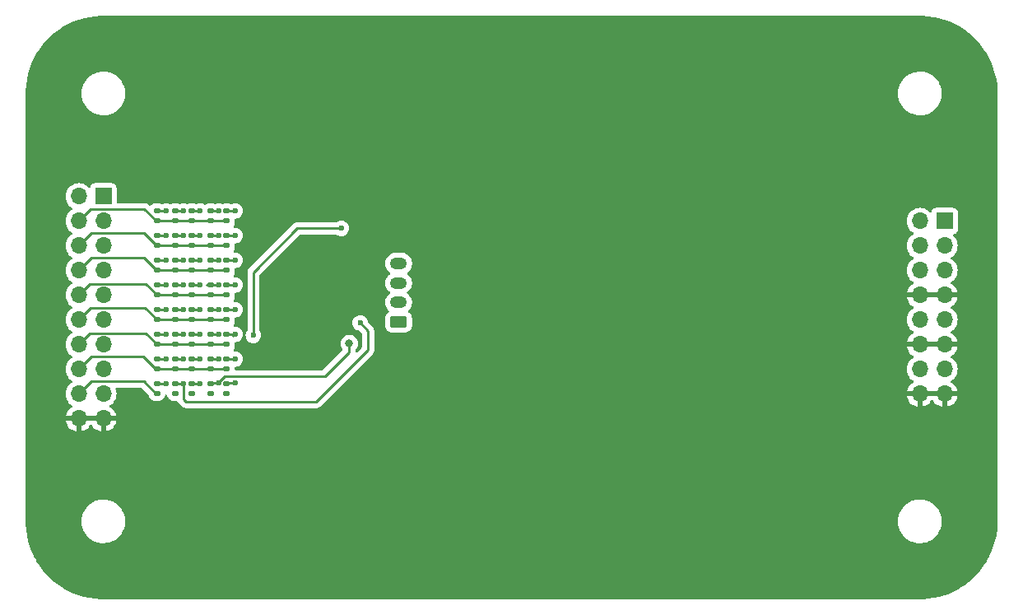
<source format=gbr>
%TF.GenerationSoftware,KiCad,Pcbnew,8.0.3*%
%TF.CreationDate,2025-07-14T16:29:20+02:00*%
%TF.ProjectId,ScxhrittmotorBoard,53637868-7269-4747-946d-6f746f72426f,rev?*%
%TF.SameCoordinates,Original*%
%TF.FileFunction,Copper,L2,Bot*%
%TF.FilePolarity,Positive*%
%FSLAX46Y46*%
G04 Gerber Fmt 4.6, Leading zero omitted, Abs format (unit mm)*
G04 Created by KiCad (PCBNEW 8.0.3) date 2025-07-14 16:29:20*
%MOMM*%
%LPD*%
G01*
G04 APERTURE LIST*
G04 Aperture macros list*
%AMRoundRect*
0 Rectangle with rounded corners*
0 $1 Rounding radius*
0 $2 $3 $4 $5 $6 $7 $8 $9 X,Y pos of 4 corners*
0 Add a 4 corners polygon primitive as box body*
4,1,4,$2,$3,$4,$5,$6,$7,$8,$9,$2,$3,0*
0 Add four circle primitives for the rounded corners*
1,1,$1+$1,$2,$3*
1,1,$1+$1,$4,$5*
1,1,$1+$1,$6,$7*
1,1,$1+$1,$8,$9*
0 Add four rect primitives between the rounded corners*
20,1,$1+$1,$2,$3,$4,$5,0*
20,1,$1+$1,$4,$5,$6,$7,0*
20,1,$1+$1,$6,$7,$8,$9,0*
20,1,$1+$1,$8,$9,$2,$3,0*%
G04 Aperture macros list end*
%TA.AperFunction,ComponentPad*%
%ADD10RoundRect,0.250000X0.625000X-0.350000X0.625000X0.350000X-0.625000X0.350000X-0.625000X-0.350000X0*%
%TD*%
%TA.AperFunction,ComponentPad*%
%ADD11O,1.750000X1.200000*%
%TD*%
%TA.AperFunction,SMDPad,CuDef*%
%ADD12RoundRect,0.135000X0.185000X-0.135000X0.185000X0.135000X-0.185000X0.135000X-0.185000X-0.135000X0*%
%TD*%
%TA.AperFunction,ComponentPad*%
%ADD13R,1.700000X1.700000*%
%TD*%
%TA.AperFunction,ComponentPad*%
%ADD14O,1.700000X1.700000*%
%TD*%
%TA.AperFunction,ViaPad*%
%ADD15C,0.600000*%
%TD*%
%TA.AperFunction,ViaPad*%
%ADD16C,0.800000*%
%TD*%
%TA.AperFunction,Conductor*%
%ADD17C,0.250000*%
%TD*%
G04 APERTURE END LIST*
D10*
%TO.P,J1,1,Pin_1*%
%TO.N,Net-(J1-Pin_1)*%
X133907600Y-99713200D03*
D11*
%TO.P,J1,2,Pin_2*%
%TO.N,Net-(J1-Pin_2)*%
X133907600Y-97713200D03*
%TO.P,J1,3,Pin_3*%
%TO.N,Net-(J1-Pin_3)*%
X133907600Y-95713200D03*
%TO.P,J1,4,Pin_4*%
%TO.N,Net-(J1-Pin_4)*%
X133907600Y-93713200D03*
%TD*%
D12*
%TO.P,R4,1*%
%TO.N,DIO4*%
X116228527Y-99497546D03*
%TO.P,R4,2*%
%TO.N,Motor_1A*%
X116228527Y-98477546D03*
%TD*%
%TO.P,R10,1*%
%TO.N,DIO6*%
X109040327Y-104577546D03*
%TO.P,R10,2*%
%TO.N,Motor_2A*%
X109040327Y-103557546D03*
%TD*%
%TO.P,R25,1*%
%TO.N,DIO7*%
X112596327Y-107066746D03*
%TO.P,R25,2*%
%TO.N,Motor_4A*%
X112596327Y-106046746D03*
%TD*%
%TO.P,R22,1*%
%TO.N,DIO2*%
X110919927Y-94417546D03*
%TO.P,R22,2*%
%TO.N,Motor_3A*%
X110919927Y-93397546D03*
%TD*%
%TO.P,R6,1*%
%TO.N,DIO2*%
X116228527Y-94417546D03*
%TO.P,R6,2*%
%TO.N,Motor_1A*%
X116228527Y-93397546D03*
%TD*%
%TO.P,R1,1*%
%TO.N,DIO7*%
X116228527Y-107066746D03*
%TO.P,R1,2*%
%TO.N,Motor_1A*%
X116228527Y-106046746D03*
%TD*%
%TO.P,R12,1*%
%TO.N,DIO4*%
X109040327Y-99497546D03*
%TO.P,R12,2*%
%TO.N,Motor_2A*%
X109040327Y-98477546D03*
%TD*%
%TO.P,R2,1*%
%TO.N,DIO6*%
X116228527Y-104577546D03*
%TO.P,R2,2*%
%TO.N,Motor_1A*%
X116228527Y-103557546D03*
%TD*%
%TO.P,R34,1*%
%TO.N,DIO6*%
X114577527Y-104577546D03*
%TO.P,R34,2*%
%TO.N,Motor_EN*%
X114577527Y-103557546D03*
%TD*%
%TO.P,R15,1*%
%TO.N,DIO1*%
X109040327Y-91877546D03*
%TO.P,R15,2*%
%TO.N,Motor_2A*%
X109040327Y-90857546D03*
%TD*%
%TO.P,R37,1*%
%TO.N,DIO3*%
X114577527Y-96957546D03*
%TO.P,R37,2*%
%TO.N,Motor_EN*%
X114577527Y-95937546D03*
%TD*%
%TO.P,R21,1*%
%TO.N,DIO3*%
X110919927Y-96957546D03*
%TO.P,R21,2*%
%TO.N,Motor_3A*%
X110919927Y-95937546D03*
%TD*%
%TO.P,R13,1*%
%TO.N,DIO3*%
X109040327Y-96957546D03*
%TO.P,R13,2*%
%TO.N,Motor_2A*%
X109040327Y-95937546D03*
%TD*%
%TO.P,R29,1*%
%TO.N,DIO3*%
X112596327Y-96957546D03*
%TO.P,R29,2*%
%TO.N,Motor_4A*%
X112596327Y-95937546D03*
%TD*%
%TO.P,R33,1*%
%TO.N,DIO7*%
X114577527Y-107066746D03*
%TO.P,R33,2*%
%TO.N,Motor_EN*%
X114577527Y-106046746D03*
%TD*%
%TO.P,R9,1*%
%TO.N,DIO7*%
X109040327Y-107066746D03*
%TO.P,R9,2*%
%TO.N,Motor_2A*%
X109040327Y-106046746D03*
%TD*%
%TO.P,R30,1*%
%TO.N,DIO2*%
X112596327Y-94417546D03*
%TO.P,R30,2*%
%TO.N,Motor_4A*%
X112596327Y-93397546D03*
%TD*%
%TO.P,R17,1*%
%TO.N,DIO7*%
X110919927Y-107066746D03*
%TO.P,R17,2*%
%TO.N,Motor_3A*%
X110919927Y-106046746D03*
%TD*%
%TO.P,R5,1*%
%TO.N,DIO3*%
X116228527Y-96957546D03*
%TO.P,R5,2*%
%TO.N,Motor_1A*%
X116228527Y-95937546D03*
%TD*%
%TO.P,R27,1*%
%TO.N,DIO5*%
X112596327Y-102037546D03*
%TO.P,R27,2*%
%TO.N,Motor_4A*%
X112596327Y-101017546D03*
%TD*%
%TO.P,R18,1*%
%TO.N,DIO6*%
X110919927Y-104577546D03*
%TO.P,R18,2*%
%TO.N,Motor_3A*%
X110919927Y-103557546D03*
%TD*%
%TO.P,R39,1*%
%TO.N,DIO1*%
X114577527Y-91877546D03*
%TO.P,R39,2*%
%TO.N,Motor_EN*%
X114577527Y-90857546D03*
%TD*%
%TO.P,R7,1*%
%TO.N,DIO1*%
X116228527Y-91877546D03*
%TO.P,R7,2*%
%TO.N,Motor_1A*%
X116228527Y-90857546D03*
%TD*%
%TO.P,R35,1*%
%TO.N,DIO5*%
X114577527Y-102037546D03*
%TO.P,R35,2*%
%TO.N,Motor_EN*%
X114577527Y-101017546D03*
%TD*%
D13*
%TO.P,J3,1,Pin_1*%
%TO.N,+12V*%
X190075546Y-89335546D03*
D14*
%TO.P,J3,2,Pin_2*%
%TO.N,unconnected-(J3-Pin_2-Pad2)*%
X187535546Y-89335546D03*
%TO.P,J3,3,Pin_3*%
%TO.N,unconnected-(J3-Pin_3-Pad3)*%
X190075546Y-91875546D03*
%TO.P,J3,4,Pin_4*%
%TO.N,unconnected-(J3-Pin_4-Pad4)*%
X187535546Y-91875546D03*
%TO.P,J3,5,Pin_5*%
%TO.N,unconnected-(J3-Pin_5-Pad5)*%
X190075546Y-94415546D03*
%TO.P,J3,6,Pin_6*%
%TO.N,unconnected-(J3-Pin_6-Pad6)*%
X187535546Y-94415546D03*
%TO.P,J3,7,Pin_7*%
%TO.N,GND*%
X190075546Y-96955546D03*
%TO.P,J3,8,Pin_8*%
X187535546Y-96955546D03*
%TO.P,J3,9,Pin_9*%
%TO.N,unconnected-(J3-Pin_9-Pad9)*%
X190075546Y-99495546D03*
%TO.P,J3,10,Pin_10*%
%TO.N,unconnected-(J3-Pin_10-Pad10)*%
X187535546Y-99495546D03*
%TO.P,J3,11,Pin_11*%
%TO.N,GND*%
X190075546Y-102035546D03*
%TO.P,J3,12,Pin_12*%
X187535546Y-102035546D03*
%TO.P,J3,13,Pin_13*%
%TO.N,unconnected-(J3-Pin_13-Pad13)*%
X190075546Y-104575546D03*
%TO.P,J3,14,Pin_14*%
%TO.N,unconnected-(J3-Pin_14-Pad14)*%
X187535546Y-104575546D03*
%TO.P,J3,15,Pin_15*%
%TO.N,GND*%
X190075546Y-107115546D03*
%TO.P,J3,16,Pin_16*%
X187535546Y-107115546D03*
%TD*%
D12*
%TO.P,R11,1*%
%TO.N,DIO5*%
X109040327Y-102037546D03*
%TO.P,R11,2*%
%TO.N,Motor_2A*%
X109040327Y-101017546D03*
%TD*%
%TO.P,R3,1*%
%TO.N,DIO5*%
X116228527Y-102037546D03*
%TO.P,R3,2*%
%TO.N,Motor_1A*%
X116228527Y-101017546D03*
%TD*%
%TO.P,R40,1*%
%TO.N,DIO0*%
X114577527Y-89337546D03*
%TO.P,R40,2*%
%TO.N,Motor_EN*%
X114577527Y-88317546D03*
%TD*%
%TO.P,R14,1*%
%TO.N,DIO2*%
X109040327Y-94417546D03*
%TO.P,R14,2*%
%TO.N,Motor_2A*%
X109040327Y-93397546D03*
%TD*%
%TO.P,R20,1*%
%TO.N,DIO4*%
X110919927Y-99497546D03*
%TO.P,R20,2*%
%TO.N,Motor_3A*%
X110919927Y-98477546D03*
%TD*%
%TO.P,R23,1*%
%TO.N,DIO1*%
X110919927Y-91877546D03*
%TO.P,R23,2*%
%TO.N,Motor_3A*%
X110919927Y-90857546D03*
%TD*%
%TO.P,R24,1*%
%TO.N,DIO0*%
X110919927Y-89337546D03*
%TO.P,R24,2*%
%TO.N,Motor_3A*%
X110919927Y-88317546D03*
%TD*%
%TO.P,R36,1*%
%TO.N,DIO4*%
X114577527Y-99497546D03*
%TO.P,R36,2*%
%TO.N,Motor_EN*%
X114577527Y-98477546D03*
%TD*%
D13*
%TO.P,J2,1,Pin_1*%
%TO.N,unconnected-(J2-Pin_1-Pad1)*%
X103535546Y-86795546D03*
D14*
%TO.P,J2,2,Pin_2*%
%TO.N,unconnected-(J2-Pin_2-Pad2)*%
X100995546Y-86795546D03*
%TO.P,J2,3,Pin_3*%
%TO.N,unconnected-(J2-Pin_3-Pad3)*%
X103535546Y-89335546D03*
%TO.P,J2,4,Pin_4*%
%TO.N,DIO0*%
X100995546Y-89335546D03*
%TO.P,J2,5,Pin_5*%
%TO.N,unconnected-(J2-Pin_5-Pad5)*%
X103535546Y-91875546D03*
%TO.P,J2,6,Pin_6*%
%TO.N,DIO1*%
X100995546Y-91875546D03*
%TO.P,J2,7,Pin_7*%
%TO.N,unconnected-(J2-Pin_7-Pad7)*%
X103535546Y-94415546D03*
%TO.P,J2,8,Pin_8*%
%TO.N,DIO2*%
X100995546Y-94415546D03*
%TO.P,J2,9,Pin_9*%
%TO.N,unconnected-(J2-Pin_9-Pad9)*%
X103535546Y-96955546D03*
%TO.P,J2,10,Pin_10*%
%TO.N,DIO3*%
X100995546Y-96955546D03*
%TO.P,J2,11,Pin_11*%
%TO.N,unconnected-(J2-Pin_11-Pad11)*%
X103535546Y-99495546D03*
%TO.P,J2,12,Pin_12*%
%TO.N,DIO4*%
X100995546Y-99495546D03*
%TO.P,J2,13,Pin_13*%
%TO.N,unconnected-(J2-Pin_13-Pad13)*%
X103535546Y-102035546D03*
%TO.P,J2,14,Pin_14*%
%TO.N,DIO5*%
X100995546Y-102035546D03*
%TO.P,J2,15,Pin_15*%
%TO.N,unconnected-(J2-Pin_15-Pad15)*%
X103535546Y-104575546D03*
%TO.P,J2,16,Pin_16*%
%TO.N,DIO6*%
X100995546Y-104575546D03*
%TO.P,J2,17,Pin_17*%
%TO.N,unconnected-(J2-Pin_17-Pad17)*%
X103535546Y-107115546D03*
%TO.P,J2,18,Pin_18*%
%TO.N,DIO7*%
X100995546Y-107115546D03*
%TO.P,J2,19,Pin_19*%
%TO.N,GND*%
X103535546Y-109655546D03*
%TO.P,J2,20,Pin_20*%
X100995546Y-109655546D03*
%TD*%
D12*
%TO.P,R28,1*%
%TO.N,DIO4*%
X112596327Y-99497546D03*
%TO.P,R28,2*%
%TO.N,Motor_4A*%
X112596327Y-98477546D03*
%TD*%
%TO.P,R31,1*%
%TO.N,DIO1*%
X112596327Y-91877546D03*
%TO.P,R31,2*%
%TO.N,Motor_4A*%
X112596327Y-90857546D03*
%TD*%
%TO.P,R8,1*%
%TO.N,DIO0*%
X116228527Y-89337546D03*
%TO.P,R8,2*%
%TO.N,Motor_1A*%
X116228527Y-88317546D03*
%TD*%
%TO.P,R16,1*%
%TO.N,DIO0*%
X109040327Y-89337546D03*
%TO.P,R16,2*%
%TO.N,Motor_2A*%
X109040327Y-88317546D03*
%TD*%
%TO.P,R19,1*%
%TO.N,DIO5*%
X110919927Y-102037546D03*
%TO.P,R19,2*%
%TO.N,Motor_3A*%
X110919927Y-101017546D03*
%TD*%
%TO.P,R26,1*%
%TO.N,DIO6*%
X112596327Y-104577546D03*
%TO.P,R26,2*%
%TO.N,Motor_4A*%
X112596327Y-103557546D03*
%TD*%
%TO.P,R32,1*%
%TO.N,DIO0*%
X112596327Y-89337546D03*
%TO.P,R32,2*%
%TO.N,Motor_4A*%
X112596327Y-88317546D03*
%TD*%
%TO.P,R38,1*%
%TO.N,DIO2*%
X114577527Y-94417546D03*
%TO.P,R38,2*%
%TO.N,Motor_EN*%
X114577527Y-93397546D03*
%TD*%
D15*
%TO.N,GND*%
X119862600Y-103454200D03*
X130048000Y-96012000D03*
X131241800Y-90093800D03*
X120548400Y-96012000D03*
X120548400Y-97256600D03*
X130022600Y-97256600D03*
%TO.N,Motor_EN*%
X115417727Y-90836146D03*
X115417727Y-100996146D03*
X115417727Y-95916146D03*
D16*
X128828800Y-101955600D03*
D15*
X115417727Y-98456146D03*
X115417727Y-106021346D03*
X115417727Y-103536146D03*
X115417727Y-88296146D03*
X115417727Y-93376146D03*
%TO.N,Motor_1A*%
X117092127Y-93374146D03*
X117092127Y-90834146D03*
X117092127Y-98454146D03*
X117092127Y-106019346D03*
X117092127Y-95914146D03*
X117092127Y-88294146D03*
X117092127Y-103534146D03*
X117092127Y-100994146D03*
%TO.N,Motor_4A*%
X113510727Y-101019546D03*
X113510727Y-93399546D03*
X113510727Y-103559546D03*
X113510727Y-106044746D03*
X113510727Y-95939546D03*
X113510727Y-90859546D03*
X113510727Y-98479546D03*
X113510727Y-88319546D03*
%TO.N,Motor_3A*%
X111758127Y-88319546D03*
X111758127Y-90859546D03*
X111758127Y-103559546D03*
X111758127Y-98479546D03*
X111758127Y-93399546D03*
X129961800Y-99812000D03*
X111758127Y-101019546D03*
X111758127Y-106044746D03*
X111758127Y-95939546D03*
%TO.N,Motor_2A*%
X109980127Y-106044746D03*
X109980127Y-95939546D03*
X109980127Y-103559546D03*
X109980127Y-88319546D03*
X109980127Y-93399546D03*
X109980127Y-101019546D03*
X109980127Y-90859546D03*
X109980127Y-98479546D03*
%TO.N,+12V*%
X118973600Y-101092000D03*
X128016000Y-90093800D03*
%TD*%
D17*
%TO.N,Motor_EN*%
X128828800Y-101955600D02*
X128828800Y-102819200D01*
X115415727Y-95914146D02*
X115417727Y-95916146D01*
X114147727Y-95916146D02*
X114169127Y-95937546D01*
X115415727Y-100994146D02*
X115417727Y-100996146D01*
X115415727Y-88294146D02*
X115417727Y-88296146D01*
X114598927Y-100996146D02*
X114577527Y-101017546D01*
X114598927Y-98456146D02*
X114577527Y-98477546D01*
X115417727Y-103536146D02*
X114598927Y-103536146D01*
X128854200Y-101955600D02*
X128981200Y-101828600D01*
X114169127Y-95937546D02*
X114577527Y-95937546D01*
X115415727Y-103534146D02*
X115417727Y-103536146D01*
X114452527Y-90836146D02*
X115417727Y-90836146D01*
X115417727Y-93376146D02*
X114598927Y-93376146D01*
X114602927Y-106021346D02*
X114577527Y-106046746D01*
X114577527Y-90857546D02*
X114473927Y-90857546D01*
X114473927Y-90857546D02*
X114452527Y-90836146D01*
X128828800Y-101955600D02*
X128854200Y-101955600D01*
X115417727Y-105883266D02*
X115417727Y-106021346D01*
X115415727Y-93374146D02*
X115417727Y-93376146D01*
X114598927Y-93376146D02*
X114577527Y-93397546D01*
X128828800Y-102819200D02*
X126339600Y-105308400D01*
X115417727Y-106021346D02*
X114602927Y-106021346D01*
X114577527Y-88317546D02*
X115396327Y-88317546D01*
X114598927Y-103536146D02*
X114577527Y-103557546D01*
X115415727Y-90834146D02*
X115417727Y-90836146D01*
X126339600Y-105308400D02*
X115992593Y-105308400D01*
X115417727Y-98456146D02*
X114598927Y-98456146D01*
X115417727Y-95916146D02*
X114147727Y-95916146D01*
X115417727Y-100996146D02*
X114598927Y-100996146D01*
X115415727Y-98454146D02*
X115417727Y-98456146D01*
X115992593Y-105308400D02*
X115417727Y-105883266D01*
X115396327Y-88317546D02*
X115417727Y-88296146D01*
%TO.N,Motor_1A*%
X117090127Y-98452146D02*
X117092127Y-98454146D01*
X117092127Y-98454146D02*
X116251927Y-98454146D01*
X117092127Y-103534146D02*
X116251927Y-103534146D01*
X116255927Y-106019346D02*
X116228527Y-106046746D01*
X117092127Y-100994146D02*
X116251927Y-100994146D01*
X117090127Y-95912146D02*
X117092127Y-95914146D01*
X116888927Y-100994146D02*
X116873527Y-101009546D01*
X116251927Y-100994146D02*
X116228527Y-101017546D01*
X117092127Y-95914146D02*
X116251927Y-95914146D01*
X117092127Y-93374146D02*
X116251927Y-93374146D01*
X116251927Y-93374146D02*
X116228527Y-93397546D01*
X117068727Y-88317546D02*
X117092127Y-88294146D01*
X117090127Y-100992146D02*
X117092127Y-100994146D01*
X117090127Y-93372146D02*
X117092127Y-93374146D01*
X116228527Y-88317546D02*
X117068727Y-88317546D01*
X117090127Y-103532146D02*
X117092127Y-103534146D01*
X117090127Y-88292146D02*
X117092127Y-88294146D01*
X116228527Y-90857546D02*
X117068727Y-90857546D01*
X117090127Y-90832146D02*
X117092127Y-90834146D01*
X117092127Y-100994146D02*
X116888927Y-100994146D01*
X117092127Y-106019346D02*
X116255927Y-106019346D01*
X117068727Y-90857546D02*
X117092127Y-90834146D01*
X116251927Y-95914146D02*
X116228527Y-95937546D01*
X116251927Y-103534146D02*
X116228527Y-103557546D01*
X116873527Y-101009546D02*
X116873527Y-101146546D01*
X116251927Y-98454146D02*
X116228527Y-98477546D01*
%TO.N,DIO0*%
X102218492Y-88112600D02*
X100995546Y-89335546D01*
X109040327Y-89337546D02*
X108985873Y-89337546D01*
X108985873Y-89337546D02*
X107760927Y-88112600D01*
X107760927Y-88112600D02*
X102218492Y-88112600D01*
X109040327Y-89337546D02*
X116228527Y-89337546D01*
X109038581Y-89339292D02*
X109040327Y-89337546D01*
%TO.N,DIO1*%
X109040327Y-91877546D02*
X116228527Y-91877546D01*
X108969746Y-91875546D02*
X107696000Y-90601800D01*
X102269292Y-90601800D02*
X100995546Y-91875546D01*
X107696000Y-90601800D02*
X102269292Y-90601800D01*
X109038581Y-91879292D02*
X109040327Y-91877546D01*
%TO.N,DIO2*%
X109040327Y-94417546D02*
X116228527Y-94417546D01*
X109038581Y-94419292D02*
X109040327Y-94417546D01*
X107696000Y-93141800D02*
X102269292Y-93141800D01*
X108971746Y-94417546D02*
X107696000Y-93141800D01*
X102269292Y-93141800D02*
X100995546Y-94415546D01*
X109040327Y-94417546D02*
X108971746Y-94417546D01*
%TO.N,DIO3*%
X107863327Y-95780546D02*
X102170546Y-95780546D01*
X109040327Y-96957546D02*
X107863327Y-95780546D01*
X109040327Y-96957546D02*
X116228527Y-96957546D01*
X102170546Y-95780546D02*
X100995546Y-96955546D01*
X109038581Y-96959292D02*
X109040327Y-96957546D01*
X109040327Y-96957546D02*
X109042327Y-96955546D01*
%TO.N,DIO4*%
X109040327Y-99497546D02*
X116228527Y-99497546D01*
X109038581Y-99499292D02*
X109040327Y-99497546D01*
X109040327Y-99497546D02*
X109042327Y-99495546D01*
X109040327Y-99497546D02*
X107789981Y-98247200D01*
X102243892Y-98247200D02*
X100995546Y-99495546D01*
X107789981Y-98247200D02*
X102243892Y-98247200D01*
%TO.N,DIO5*%
X109038581Y-102039292D02*
X109040327Y-102037546D01*
X102170546Y-100860546D02*
X100995546Y-102035546D01*
X109040327Y-102037546D02*
X116228527Y-102037546D01*
X107863327Y-100860546D02*
X102170546Y-100860546D01*
X109042327Y-102035546D02*
X111986854Y-102035546D01*
X109040327Y-102037546D02*
X107863327Y-100860546D01*
X109040327Y-102037546D02*
X109042327Y-102035546D01*
%TO.N,DIO6*%
X109040327Y-104577546D02*
X108918946Y-104577546D01*
X107643200Y-103301800D02*
X102269292Y-103301800D01*
X108918946Y-104577546D02*
X107643200Y-103301800D01*
X102269292Y-103301800D02*
X100995546Y-104575546D01*
X109040327Y-104577546D02*
X116228527Y-104577546D01*
%TO.N,DIO7*%
X108946346Y-107066746D02*
X109040327Y-107066746D01*
X102269292Y-105841800D02*
X107721400Y-105841800D01*
X115972781Y-107093892D02*
X116025327Y-107041346D01*
X107721400Y-105841800D02*
X108946346Y-107066746D01*
X116175981Y-107119292D02*
X116228527Y-107066746D01*
X116179727Y-107115546D02*
X116228527Y-107066746D01*
X100995546Y-107115546D02*
X102269292Y-105841800D01*
X109016800Y-107111800D02*
X109063854Y-107064746D01*
%TO.N,Motor_4A*%
X113508727Y-90857546D02*
X113510727Y-90859546D01*
X113510727Y-90859546D02*
X112598327Y-90859546D01*
X113508727Y-103557546D02*
X113510727Y-103559546D01*
X112598327Y-95939546D02*
X112596327Y-95937546D01*
X113508727Y-93397546D02*
X113510727Y-93399546D01*
X113510727Y-103559546D02*
X112598327Y-103559546D01*
X113510727Y-98479546D02*
X112598327Y-98479546D01*
X113508727Y-98477546D02*
X113510727Y-98479546D01*
X113508727Y-88317546D02*
X113510727Y-88319546D01*
X113510727Y-95939546D02*
X112598327Y-95939546D01*
X113510727Y-106044746D02*
X112598327Y-106044746D01*
X113508727Y-95937546D02*
X113510727Y-95939546D01*
X113508727Y-101017546D02*
X113510727Y-101019546D01*
X112598327Y-106044746D02*
X112596327Y-106046746D01*
X112598327Y-90859546D02*
X112596327Y-90857546D01*
X112598327Y-98479546D02*
X112596327Y-98477546D01*
X112598327Y-93399546D02*
X112596327Y-93397546D01*
X113510727Y-101019546D02*
X112598327Y-101019546D01*
X112596327Y-88317546D02*
X113508727Y-88317546D01*
X113510727Y-93399546D02*
X112598327Y-93399546D01*
X112598327Y-101019546D02*
X112596327Y-101017546D01*
%TO.N,Motor_3A*%
X110921927Y-93399546D02*
X110919927Y-93397546D01*
X111758127Y-107643327D02*
X111758127Y-106044746D01*
X111756127Y-95937546D02*
X111758127Y-95939546D01*
X110921927Y-103559546D02*
X110919927Y-103557546D01*
X110919927Y-88317546D02*
X111756127Y-88317546D01*
X111758127Y-103559546D02*
X110921927Y-103559546D01*
X130759200Y-102616000D02*
X125425200Y-107950000D01*
X129961800Y-99812000D02*
X130759200Y-100609400D01*
X111758127Y-95939546D02*
X110921927Y-95939546D01*
X112064800Y-107950000D02*
X111758127Y-107643327D01*
X111756127Y-88317546D02*
X111758127Y-88319546D01*
X111756127Y-101017546D02*
X111758127Y-101019546D01*
X111758127Y-106044746D02*
X110921927Y-106044746D01*
X110921927Y-90859546D02*
X110919927Y-90857546D01*
X111756127Y-103557546D02*
X111758127Y-103559546D01*
X130759200Y-100609400D02*
X130759200Y-102616000D01*
X111756127Y-98477546D02*
X111758127Y-98479546D01*
X111756127Y-90857546D02*
X111758127Y-90859546D01*
X110921927Y-106044746D02*
X110919927Y-106046746D01*
X111758127Y-93399546D02*
X110921927Y-93399546D01*
X110921927Y-98479546D02*
X110919927Y-98477546D01*
X111758127Y-98479546D02*
X110921927Y-98479546D01*
X111756127Y-93397546D02*
X111758127Y-93399546D01*
X111758127Y-105910666D02*
X111758127Y-106044746D01*
X110921927Y-95939546D02*
X110919927Y-95937546D01*
X125425200Y-107950000D02*
X112064800Y-107950000D01*
X110921927Y-101019546D02*
X110919927Y-101017546D01*
X111758127Y-101019546D02*
X110921927Y-101019546D01*
X111758127Y-90859546D02*
X110921927Y-90859546D01*
%TO.N,Motor_2A*%
X109978127Y-95937546D02*
X109980127Y-95939546D01*
X109040327Y-93397546D02*
X109978127Y-93397546D01*
X109040327Y-90857546D02*
X109978127Y-90857546D01*
X109978127Y-90857546D02*
X109980127Y-90859546D01*
X109903927Y-106044746D02*
X109040327Y-106044746D01*
X109978127Y-93397546D02*
X109980127Y-93399546D01*
X109040327Y-103557546D02*
X109978127Y-103557546D01*
X109978127Y-101017546D02*
X109980127Y-101019546D01*
X109040327Y-95937546D02*
X109978127Y-95937546D01*
X109978127Y-88317546D02*
X109980127Y-88319546D01*
X109978127Y-103557546D02*
X109980127Y-103559546D01*
X109040327Y-98477546D02*
X109978127Y-98477546D01*
X109040327Y-101017546D02*
X109978127Y-101017546D01*
X109978127Y-98477546D02*
X109980127Y-98479546D01*
X109040327Y-88317546D02*
X109978127Y-88317546D01*
%TO.N,+12V*%
X123494800Y-90093800D02*
X118973600Y-94615000D01*
X118973600Y-94615000D02*
X118973600Y-101092000D01*
X128016000Y-90093800D02*
X123494800Y-90093800D01*
%TD*%
%TA.AperFunction,Conductor*%
%TO.N,GND*%
G36*
X103069621Y-109462553D02*
G01*
X103035546Y-109589720D01*
X103035546Y-109721372D01*
X103069621Y-109848539D01*
X103102534Y-109905546D01*
X101428558Y-109905546D01*
X101461471Y-109848539D01*
X101495546Y-109721372D01*
X101495546Y-109589720D01*
X101461471Y-109462553D01*
X101428558Y-109405546D01*
X103102534Y-109405546D01*
X103069621Y-109462553D01*
G37*
%TD.AperFunction*%
%TA.AperFunction,Conductor*%
G36*
X189609621Y-106922553D02*
G01*
X189575546Y-107049720D01*
X189575546Y-107181372D01*
X189609621Y-107308539D01*
X189642534Y-107365546D01*
X187968558Y-107365546D01*
X188001471Y-107308539D01*
X188035546Y-107181372D01*
X188035546Y-107049720D01*
X188001471Y-106922553D01*
X187968558Y-106865546D01*
X189642534Y-106865546D01*
X189609621Y-106922553D01*
G37*
%TD.AperFunction*%
%TA.AperFunction,Conductor*%
G36*
X189609621Y-101842553D02*
G01*
X189575546Y-101969720D01*
X189575546Y-102101372D01*
X189609621Y-102228539D01*
X189642534Y-102285546D01*
X187968558Y-102285546D01*
X188001471Y-102228539D01*
X188035546Y-102101372D01*
X188035546Y-101969720D01*
X188001471Y-101842553D01*
X187968558Y-101785546D01*
X189642534Y-101785546D01*
X189609621Y-101842553D01*
G37*
%TD.AperFunction*%
%TA.AperFunction,Conductor*%
G36*
X189609621Y-96762553D02*
G01*
X189575546Y-96889720D01*
X189575546Y-97021372D01*
X189609621Y-97148539D01*
X189642534Y-97205546D01*
X187968558Y-97205546D01*
X188001471Y-97148539D01*
X188035546Y-97021372D01*
X188035546Y-96889720D01*
X188001471Y-96762553D01*
X187968558Y-96705546D01*
X189642534Y-96705546D01*
X189609621Y-96762553D01*
G37*
%TD.AperFunction*%
%TA.AperFunction,Conductor*%
G36*
X187536106Y-68225551D02*
G01*
X187817310Y-68228061D01*
X187825025Y-68228371D01*
X188386574Y-68268537D01*
X188395332Y-68269478D01*
X188952042Y-68349525D01*
X188960742Y-68351095D01*
X189510306Y-68470648D01*
X189518841Y-68472826D01*
X190058490Y-68631285D01*
X190066867Y-68634073D01*
X190593832Y-68830624D01*
X190601994Y-68834006D01*
X191113570Y-69067638D01*
X191121476Y-69071595D01*
X191615068Y-69341121D01*
X191615096Y-69341136D01*
X191622708Y-69345653D01*
X192095817Y-69649706D01*
X192103088Y-69654754D01*
X192553313Y-69991792D01*
X192560205Y-69997346D01*
X192985235Y-70365640D01*
X192991714Y-70371672D01*
X193389397Y-70769360D01*
X193395415Y-70775824D01*
X193763695Y-71200847D01*
X193763710Y-71200864D01*
X193769263Y-71207756D01*
X194106290Y-71657975D01*
X194111339Y-71665246D01*
X194415382Y-72138353D01*
X194415396Y-72138374D01*
X194419913Y-72145987D01*
X194689439Y-72639594D01*
X194693401Y-72647509D01*
X194927030Y-73159093D01*
X194930417Y-73167271D01*
X195126952Y-73694211D01*
X195129747Y-73702610D01*
X195288187Y-74242222D01*
X195290376Y-74250798D01*
X195409920Y-74800343D01*
X195411492Y-74809055D01*
X195491527Y-75365735D01*
X195492473Y-75374536D01*
X195532631Y-75936066D01*
X195532942Y-75943765D01*
X195535541Y-76225004D01*
X195535546Y-76226150D01*
X195535546Y-120225039D01*
X195535541Y-120226120D01*
X195533090Y-120507287D01*
X195532779Y-120515052D01*
X195492619Y-121076565D01*
X195491673Y-121085366D01*
X195411633Y-121642056D01*
X195410061Y-121650767D01*
X195290515Y-122200314D01*
X195288326Y-122208891D01*
X195129878Y-122748516D01*
X195127083Y-122756914D01*
X194930539Y-123283870D01*
X194927151Y-123292048D01*
X194693525Y-123803618D01*
X194689563Y-123811534D01*
X194420023Y-124305158D01*
X194415507Y-124312770D01*
X194111447Y-124785897D01*
X194106405Y-124793158D01*
X193769369Y-125243385D01*
X193763815Y-125250278D01*
X193395507Y-125675328D01*
X193389475Y-125681806D01*
X192991806Y-126079475D01*
X192985328Y-126085507D01*
X192560278Y-126453815D01*
X192553385Y-126459369D01*
X192103158Y-126796405D01*
X192095897Y-126801447D01*
X191769385Y-127011283D01*
X191622770Y-127105507D01*
X191615158Y-127110023D01*
X191121534Y-127379563D01*
X191113618Y-127383525D01*
X190602048Y-127617151D01*
X190593870Y-127620539D01*
X190066914Y-127817083D01*
X190058516Y-127819878D01*
X189518891Y-127978326D01*
X189510314Y-127980515D01*
X188960767Y-128100061D01*
X188952056Y-128101633D01*
X188395366Y-128181673D01*
X188386565Y-128182619D01*
X187825052Y-128222779D01*
X187817287Y-128223090D01*
X187539358Y-128225512D01*
X187536118Y-128225541D01*
X187535040Y-128225546D01*
X103536093Y-128225546D01*
X103534986Y-128225541D01*
X103253790Y-128223031D01*
X103246051Y-128222720D01*
X102684533Y-128182560D01*
X102675732Y-128181614D01*
X102119046Y-128101574D01*
X102110335Y-128100002D01*
X101560793Y-127980456D01*
X101552216Y-127978267D01*
X101012600Y-127819821D01*
X101004201Y-127817026D01*
X100477241Y-127620480D01*
X100469064Y-127617092D01*
X99957503Y-127383470D01*
X99949587Y-127379508D01*
X99455967Y-127109970D01*
X99448355Y-127105453D01*
X98975249Y-126801406D01*
X98967978Y-126796358D01*
X98517742Y-126459316D01*
X98510849Y-126453762D01*
X98085808Y-126085461D01*
X98079330Y-126079429D01*
X97681664Y-125681763D01*
X97675632Y-125675285D01*
X97307327Y-125250238D01*
X97301773Y-125243345D01*
X96964741Y-124793122D01*
X96959712Y-124785880D01*
X96655631Y-124312721D01*
X96651125Y-124305125D01*
X96596844Y-124205717D01*
X96381579Y-123811489D01*
X96377634Y-123803606D01*
X96143998Y-123292014D01*
X96140622Y-123283864D01*
X95944067Y-122756883D01*
X95941275Y-122748491D01*
X95861501Y-122476806D01*
X95782829Y-122208874D01*
X95780641Y-122200298D01*
X95679749Y-121736501D01*
X95661094Y-121650746D01*
X95659524Y-121642045D01*
X95656577Y-121621545D01*
X95579481Y-121085338D01*
X95578539Y-121076565D01*
X95538377Y-120515029D01*
X95538067Y-120507302D01*
X95535551Y-120226103D01*
X95535548Y-120225544D01*
X101283028Y-120225544D01*
X101283028Y-120225546D01*
X101303125Y-120525773D01*
X101303127Y-120525783D01*
X101363062Y-120820653D01*
X101461766Y-121104906D01*
X101461768Y-121104909D01*
X101597472Y-121373461D01*
X101597475Y-121373466D01*
X101597476Y-121373467D01*
X101767771Y-121621544D01*
X101969613Y-121844709D01*
X102199398Y-122038981D01*
X102453027Y-122200891D01*
X102453028Y-122200891D01*
X102453029Y-122200892D01*
X102474944Y-122211061D01*
X102725974Y-122327552D01*
X103013367Y-122416702D01*
X103310079Y-122466751D01*
X103610814Y-122476806D01*
X103910206Y-122446687D01*
X104202912Y-122376932D01*
X104483709Y-122268785D01*
X104747586Y-122124176D01*
X104989834Y-121945686D01*
X105206131Y-121736501D01*
X105392615Y-121500352D01*
X105545961Y-121241454D01*
X105663430Y-120964428D01*
X105742927Y-120674216D01*
X105783034Y-120375998D01*
X105785546Y-120225546D01*
X105785546Y-120225544D01*
X185283028Y-120225544D01*
X185283028Y-120225546D01*
X185303125Y-120525773D01*
X185303127Y-120525783D01*
X185363062Y-120820653D01*
X185461766Y-121104906D01*
X185461768Y-121104909D01*
X185597472Y-121373461D01*
X185597475Y-121373466D01*
X185597476Y-121373467D01*
X185767771Y-121621544D01*
X185969613Y-121844709D01*
X186199398Y-122038981D01*
X186453027Y-122200891D01*
X186453028Y-122200891D01*
X186453029Y-122200892D01*
X186474944Y-122211061D01*
X186725974Y-122327552D01*
X187013367Y-122416702D01*
X187310079Y-122466751D01*
X187610814Y-122476806D01*
X187910206Y-122446687D01*
X188202912Y-122376932D01*
X188483709Y-122268785D01*
X188747586Y-122124176D01*
X188989834Y-121945686D01*
X189206131Y-121736501D01*
X189392615Y-121500352D01*
X189545961Y-121241454D01*
X189663430Y-120964428D01*
X189742927Y-120674216D01*
X189783034Y-120375998D01*
X189785546Y-120225546D01*
X189783034Y-120075094D01*
X189742927Y-119776876D01*
X189663430Y-119486664D01*
X189545961Y-119209638D01*
X189467772Y-119077630D01*
X189392615Y-118950739D01*
X189206130Y-118714590D01*
X188989841Y-118505413D01*
X188989834Y-118505406D01*
X188747586Y-118326916D01*
X188483717Y-118182311D01*
X188483712Y-118182308D01*
X188483709Y-118182307D01*
X188483705Y-118182305D01*
X188483702Y-118182304D01*
X188202916Y-118074161D01*
X188202912Y-118074160D01*
X187910206Y-118004405D01*
X187910203Y-118004404D01*
X187610818Y-117974286D01*
X187610814Y-117974286D01*
X187310079Y-117984341D01*
X187013366Y-118034390D01*
X186885160Y-118074160D01*
X186725974Y-118123540D01*
X186725967Y-118123543D01*
X186725965Y-118123544D01*
X186453029Y-118250199D01*
X186453027Y-118250201D01*
X186199401Y-118412108D01*
X185969614Y-118606381D01*
X185767773Y-118829545D01*
X185767772Y-118829546D01*
X185597472Y-119077630D01*
X185461768Y-119346182D01*
X185461766Y-119346185D01*
X185363062Y-119630438D01*
X185303127Y-119925308D01*
X185303125Y-119925318D01*
X185283028Y-120225544D01*
X105785546Y-120225544D01*
X105783034Y-120075094D01*
X105742927Y-119776876D01*
X105663430Y-119486664D01*
X105545961Y-119209638D01*
X105467772Y-119077630D01*
X105392615Y-118950739D01*
X105206130Y-118714590D01*
X104989841Y-118505413D01*
X104989834Y-118505406D01*
X104747586Y-118326916D01*
X104483717Y-118182311D01*
X104483712Y-118182308D01*
X104483709Y-118182307D01*
X104483705Y-118182305D01*
X104483702Y-118182304D01*
X104202916Y-118074161D01*
X104202912Y-118074160D01*
X103910206Y-118004405D01*
X103910203Y-118004404D01*
X103610818Y-117974286D01*
X103610814Y-117974286D01*
X103310079Y-117984341D01*
X103013366Y-118034390D01*
X102885160Y-118074160D01*
X102725974Y-118123540D01*
X102725967Y-118123543D01*
X102725965Y-118123544D01*
X102453029Y-118250199D01*
X102453027Y-118250201D01*
X102199401Y-118412108D01*
X101969614Y-118606381D01*
X101767773Y-118829545D01*
X101767772Y-118829546D01*
X101597472Y-119077630D01*
X101461768Y-119346182D01*
X101461766Y-119346185D01*
X101363062Y-119630438D01*
X101303127Y-119925308D01*
X101303125Y-119925318D01*
X101283028Y-120225544D01*
X95535548Y-120225544D01*
X95535546Y-120224994D01*
X95535546Y-86795545D01*
X99639887Y-86795545D01*
X99639887Y-86795546D01*
X99660482Y-87030949D01*
X99660484Y-87030959D01*
X99721640Y-87259201D01*
X99721642Y-87259205D01*
X99721643Y-87259209D01*
X99794108Y-87414611D01*
X99821511Y-87473376D01*
X99821513Y-87473380D01*
X99957047Y-87666941D01*
X99957052Y-87666948D01*
X100124143Y-87834039D01*
X100124149Y-87834044D01*
X100309704Y-87963971D01*
X100353329Y-88018548D01*
X100360523Y-88088046D01*
X100329000Y-88150401D01*
X100309704Y-88167121D01*
X100124143Y-88297051D01*
X99957051Y-88464143D01*
X99821511Y-88657715D01*
X99821510Y-88657717D01*
X99721644Y-88871881D01*
X99721640Y-88871890D01*
X99660484Y-89100132D01*
X99660482Y-89100142D01*
X99639887Y-89335545D01*
X99639887Y-89335546D01*
X99660482Y-89570949D01*
X99660484Y-89570959D01*
X99721640Y-89799201D01*
X99721642Y-89799205D01*
X99721643Y-89799209D01*
X99770420Y-89903811D01*
X99821511Y-90013376D01*
X99821513Y-90013380D01*
X99957047Y-90206941D01*
X99957052Y-90206948D01*
X100124143Y-90374039D01*
X100124149Y-90374044D01*
X100309704Y-90503971D01*
X100353329Y-90558548D01*
X100360523Y-90628046D01*
X100329000Y-90690401D01*
X100309704Y-90707121D01*
X100124143Y-90837051D01*
X99957051Y-91004143D01*
X99821511Y-91197715D01*
X99821510Y-91197717D01*
X99721644Y-91411881D01*
X99721640Y-91411890D01*
X99660484Y-91640132D01*
X99660482Y-91640142D01*
X99639887Y-91875545D01*
X99639887Y-91875546D01*
X99660482Y-92110949D01*
X99660484Y-92110959D01*
X99721640Y-92339201D01*
X99721642Y-92339205D01*
X99721643Y-92339209D01*
X99770420Y-92443811D01*
X99821511Y-92553376D01*
X99821513Y-92553380D01*
X99929827Y-92708067D01*
X99957047Y-92746942D01*
X99957052Y-92746948D01*
X100124143Y-92914039D01*
X100124149Y-92914044D01*
X100309704Y-93043971D01*
X100353329Y-93098548D01*
X100360523Y-93168046D01*
X100329000Y-93230401D01*
X100309704Y-93247121D01*
X100124143Y-93377051D01*
X99957051Y-93544143D01*
X99821511Y-93737715D01*
X99821510Y-93737717D01*
X99721644Y-93951881D01*
X99721640Y-93951890D01*
X99660484Y-94180132D01*
X99660482Y-94180142D01*
X99639887Y-94415545D01*
X99639887Y-94415546D01*
X99660482Y-94650949D01*
X99660484Y-94650959D01*
X99721640Y-94879201D01*
X99721642Y-94879205D01*
X99721643Y-94879209D01*
X99768009Y-94978641D01*
X99821511Y-95093376D01*
X99821513Y-95093380D01*
X99929827Y-95248067D01*
X99957047Y-95286942D01*
X99957052Y-95286948D01*
X100124143Y-95454039D01*
X100124149Y-95454044D01*
X100309704Y-95583971D01*
X100353329Y-95638548D01*
X100360523Y-95708046D01*
X100329000Y-95770401D01*
X100309704Y-95787121D01*
X100124143Y-95917051D01*
X99957051Y-96084143D01*
X99821511Y-96277715D01*
X99821510Y-96277717D01*
X99721644Y-96491881D01*
X99721640Y-96491890D01*
X99660484Y-96720132D01*
X99660482Y-96720142D01*
X99639887Y-96955545D01*
X99639887Y-96955546D01*
X99660482Y-97190949D01*
X99660484Y-97190959D01*
X99721640Y-97419201D01*
X99721642Y-97419205D01*
X99721643Y-97419209D01*
X99821511Y-97633375D01*
X99821513Y-97633380D01*
X99929827Y-97788067D01*
X99938049Y-97799810D01*
X99957047Y-97826941D01*
X99957052Y-97826948D01*
X100124143Y-97994039D01*
X100124149Y-97994044D01*
X100309704Y-98123971D01*
X100353329Y-98178548D01*
X100360523Y-98248046D01*
X100329000Y-98310401D01*
X100309704Y-98327121D01*
X100124143Y-98457051D01*
X99957051Y-98624143D01*
X99821511Y-98817715D01*
X99821510Y-98817717D01*
X99721644Y-99031881D01*
X99721640Y-99031890D01*
X99660484Y-99260132D01*
X99660482Y-99260142D01*
X99639887Y-99495545D01*
X99639887Y-99495546D01*
X99660482Y-99730949D01*
X99660484Y-99730959D01*
X99721640Y-99959201D01*
X99721642Y-99959205D01*
X99721643Y-99959209D01*
X99768009Y-100058641D01*
X99821511Y-100173376D01*
X99821513Y-100173380D01*
X99929827Y-100328067D01*
X99957047Y-100366942D01*
X99957052Y-100366948D01*
X100124143Y-100534039D01*
X100124149Y-100534044D01*
X100309704Y-100663971D01*
X100353329Y-100718548D01*
X100360523Y-100788046D01*
X100329000Y-100850401D01*
X100309704Y-100867121D01*
X100124143Y-100997051D01*
X99957051Y-101164143D01*
X99821511Y-101357715D01*
X99821510Y-101357717D01*
X99721644Y-101571881D01*
X99721640Y-101571890D01*
X99660484Y-101800132D01*
X99660482Y-101800142D01*
X99639887Y-102035545D01*
X99639887Y-102035546D01*
X99660482Y-102270949D01*
X99660484Y-102270959D01*
X99721640Y-102499201D01*
X99721642Y-102499205D01*
X99721643Y-102499209D01*
X99801143Y-102669697D01*
X99821511Y-102713376D01*
X99821513Y-102713380D01*
X99957047Y-102906941D01*
X99957052Y-102906948D01*
X100124143Y-103074039D01*
X100124149Y-103074044D01*
X100309704Y-103203971D01*
X100353329Y-103258548D01*
X100360523Y-103328046D01*
X100329000Y-103390401D01*
X100309704Y-103407121D01*
X100124143Y-103537051D01*
X99957051Y-103704143D01*
X99821511Y-103897715D01*
X99821510Y-103897717D01*
X99721644Y-104111881D01*
X99721640Y-104111890D01*
X99660484Y-104340132D01*
X99660482Y-104340142D01*
X99639887Y-104575545D01*
X99639887Y-104575546D01*
X99660482Y-104810949D01*
X99660484Y-104810959D01*
X99721640Y-105039201D01*
X99721642Y-105039205D01*
X99721643Y-105039209D01*
X99770420Y-105143811D01*
X99821511Y-105253376D01*
X99821513Y-105253380D01*
X99901393Y-105367459D01*
X99957047Y-105446942D01*
X99957052Y-105446948D01*
X100124143Y-105614039D01*
X100124149Y-105614044D01*
X100309704Y-105743971D01*
X100353329Y-105798548D01*
X100360523Y-105868046D01*
X100329000Y-105930401D01*
X100309704Y-105947121D01*
X100124143Y-106077051D01*
X99957051Y-106244143D01*
X99821511Y-106437715D01*
X99821510Y-106437717D01*
X99721644Y-106651881D01*
X99721640Y-106651890D01*
X99660484Y-106880132D01*
X99660482Y-106880142D01*
X99639887Y-107115545D01*
X99639887Y-107115546D01*
X99660482Y-107350949D01*
X99660484Y-107350959D01*
X99721640Y-107579201D01*
X99721642Y-107579205D01*
X99721643Y-107579209D01*
X99801143Y-107749697D01*
X99821511Y-107793376D01*
X99821513Y-107793380D01*
X99923907Y-107939613D01*
X99957051Y-107986947D01*
X100124143Y-108154039D01*
X100124149Y-108154044D01*
X100310140Y-108284276D01*
X100353765Y-108338853D01*
X100360959Y-108408351D01*
X100329436Y-108470706D01*
X100310141Y-108487426D01*
X100124468Y-108617436D01*
X100124466Y-108617437D01*
X99957437Y-108784466D01*
X99957432Y-108784472D01*
X99821946Y-108977966D01*
X99821945Y-108977968D01*
X99722116Y-109192053D01*
X99722113Y-109192059D01*
X99664910Y-109405545D01*
X99664910Y-109405546D01*
X100562534Y-109405546D01*
X100529621Y-109462553D01*
X100495546Y-109589720D01*
X100495546Y-109721372D01*
X100529621Y-109848539D01*
X100562534Y-109905546D01*
X99664910Y-109905546D01*
X99722113Y-110119032D01*
X99722116Y-110119038D01*
X99821945Y-110333124D01*
X99957440Y-110526628D01*
X100124463Y-110693651D01*
X100317967Y-110829146D01*
X100532053Y-110928975D01*
X100532062Y-110928979D01*
X100745546Y-110986180D01*
X100745546Y-110088558D01*
X100802553Y-110121471D01*
X100929720Y-110155546D01*
X101061372Y-110155546D01*
X101188539Y-110121471D01*
X101245546Y-110088558D01*
X101245546Y-110986179D01*
X101459029Y-110928979D01*
X101459038Y-110928975D01*
X101673124Y-110829146D01*
X101866628Y-110693651D01*
X102033651Y-110526628D01*
X102163971Y-110340514D01*
X102218548Y-110296890D01*
X102288047Y-110289697D01*
X102350401Y-110321219D01*
X102367121Y-110340514D01*
X102497440Y-110526628D01*
X102664463Y-110693651D01*
X102857967Y-110829146D01*
X103072053Y-110928975D01*
X103072062Y-110928979D01*
X103285546Y-110986180D01*
X103285546Y-110088558D01*
X103342553Y-110121471D01*
X103469720Y-110155546D01*
X103601372Y-110155546D01*
X103728539Y-110121471D01*
X103785546Y-110088558D01*
X103785546Y-110986179D01*
X103999029Y-110928979D01*
X103999038Y-110928975D01*
X104213124Y-110829146D01*
X104406628Y-110693651D01*
X104573651Y-110526628D01*
X104709146Y-110333124D01*
X104808975Y-110119038D01*
X104808978Y-110119032D01*
X104866182Y-109905546D01*
X103968558Y-109905546D01*
X104001471Y-109848539D01*
X104035546Y-109721372D01*
X104035546Y-109589720D01*
X104001471Y-109462553D01*
X103968558Y-109405546D01*
X104866182Y-109405546D01*
X104866181Y-109405545D01*
X104808978Y-109192059D01*
X104808975Y-109192053D01*
X104709146Y-108977968D01*
X104709145Y-108977966D01*
X104573659Y-108784472D01*
X104573654Y-108784466D01*
X104406624Y-108617436D01*
X104220951Y-108487425D01*
X104177326Y-108432848D01*
X104170134Y-108363350D01*
X104201656Y-108300995D01*
X104220952Y-108284276D01*
X104406947Y-108154041D01*
X104574041Y-107986947D01*
X104709581Y-107793376D01*
X104809449Y-107579209D01*
X104870609Y-107350954D01*
X104891205Y-107115546D01*
X104870609Y-106880138D01*
X104809449Y-106651883D01*
X104805635Y-106643705D01*
X104795143Y-106574630D01*
X104823661Y-106510845D01*
X104882137Y-106472605D01*
X104918017Y-106467300D01*
X107410948Y-106467300D01*
X107477987Y-106486985D01*
X107498629Y-106503619D01*
X108183968Y-107188958D01*
X108217453Y-107250281D01*
X108219905Y-107266912D01*
X108222662Y-107301951D01*
X108267456Y-107456134D01*
X108267458Y-107456139D01*
X108349190Y-107594341D01*
X108349196Y-107594349D01*
X108462723Y-107707876D01*
X108462727Y-107707879D01*
X108462729Y-107707881D01*
X108600934Y-107789615D01*
X108638449Y-107800514D01*
X108755118Y-107834410D01*
X108755121Y-107834410D01*
X108755123Y-107834411D01*
X108791146Y-107837246D01*
X109289507Y-107837245D01*
X109325531Y-107834411D01*
X109479720Y-107789615D01*
X109617925Y-107707881D01*
X109731462Y-107594344D01*
X109813196Y-107456139D01*
X109857992Y-107301950D01*
X109857992Y-107301948D01*
X109858145Y-107301115D01*
X109858357Y-107300691D01*
X109859760Y-107295866D01*
X109860655Y-107296126D01*
X109889553Y-107238702D01*
X109949718Y-107203178D01*
X110019538Y-107205822D01*
X110076845Y-107245792D01*
X110099804Y-107296065D01*
X110100494Y-107295865D01*
X110101859Y-107300563D01*
X110102109Y-107301111D01*
X110102262Y-107301953D01*
X110147056Y-107456134D01*
X110147058Y-107456139D01*
X110228790Y-107594341D01*
X110228796Y-107594349D01*
X110342323Y-107707876D01*
X110342327Y-107707879D01*
X110342329Y-107707881D01*
X110480534Y-107789615D01*
X110518049Y-107800514D01*
X110634718Y-107834410D01*
X110634721Y-107834410D01*
X110634723Y-107834411D01*
X110670746Y-107837246D01*
X111078558Y-107837245D01*
X111145597Y-107856929D01*
X111191352Y-107909733D01*
X111193119Y-107913791D01*
X111203815Y-107939613D01*
X111235444Y-107986947D01*
X111235445Y-107986949D01*
X111272270Y-108042062D01*
X111363713Y-108133505D01*
X111363735Y-108133525D01*
X111575816Y-108345606D01*
X111575845Y-108345637D01*
X111666064Y-108435856D01*
X111666067Y-108435858D01*
X111717290Y-108470084D01*
X111768514Y-108504312D01*
X111849007Y-108537652D01*
X111882348Y-108551463D01*
X111942771Y-108563481D01*
X112003193Y-108575500D01*
X125486807Y-108575500D01*
X125547229Y-108563481D01*
X125607652Y-108551463D01*
X125607655Y-108551461D01*
X125607658Y-108551461D01*
X125640987Y-108537654D01*
X125640986Y-108537654D01*
X125640992Y-108537652D01*
X125721486Y-108504312D01*
X125772709Y-108470084D01*
X125772711Y-108470083D01*
X125785471Y-108461556D01*
X125823933Y-108435858D01*
X125911058Y-108348733D01*
X125911059Y-108348731D01*
X125918125Y-108341665D01*
X125918128Y-108341661D01*
X131157929Y-103101860D01*
X131157933Y-103101858D01*
X131245058Y-103014733D01*
X131298546Y-102934683D01*
X131313512Y-102912286D01*
X131353418Y-102815942D01*
X131354740Y-102812751D01*
X131354769Y-102812679D01*
X131360663Y-102798452D01*
X131384700Y-102677606D01*
X131384700Y-100547794D01*
X131384700Y-100547789D01*
X131381965Y-100534043D01*
X131381963Y-100534036D01*
X131371077Y-100479303D01*
X131371077Y-100479302D01*
X131360664Y-100426954D01*
X131360663Y-100426948D01*
X131334726Y-100364330D01*
X131313512Y-100313115D01*
X131285571Y-100271299D01*
X131285571Y-100271298D01*
X131245061Y-100210671D01*
X131245055Y-100210663D01*
X131154837Y-100120445D01*
X131154806Y-100120416D01*
X130788011Y-99753621D01*
X130754526Y-99692298D01*
X130752473Y-99679838D01*
X130747168Y-99632745D01*
X130687589Y-99462478D01*
X130591616Y-99309738D01*
X130464062Y-99182184D01*
X130460481Y-99179934D01*
X130311323Y-99086211D01*
X130141054Y-99026631D01*
X130141049Y-99026630D01*
X129961804Y-99006435D01*
X129961796Y-99006435D01*
X129782550Y-99026630D01*
X129782545Y-99026631D01*
X129612276Y-99086211D01*
X129459537Y-99182184D01*
X129331984Y-99309737D01*
X129236011Y-99462476D01*
X129176431Y-99632745D01*
X129176430Y-99632750D01*
X129156235Y-99811996D01*
X129156235Y-99812003D01*
X129176430Y-99991249D01*
X129176431Y-99991254D01*
X129236011Y-100161523D01*
X129304989Y-100271300D01*
X129331984Y-100314262D01*
X129459538Y-100441816D01*
X129513757Y-100475884D01*
X129602835Y-100531856D01*
X129612278Y-100537789D01*
X129782545Y-100597368D01*
X129829623Y-100602672D01*
X129894036Y-100629737D01*
X129903421Y-100638211D01*
X130097381Y-100832171D01*
X130130866Y-100893494D01*
X130133700Y-100919852D01*
X130133700Y-102305547D01*
X130114015Y-102372586D01*
X130097381Y-102393228D01*
X129665981Y-102824628D01*
X129604658Y-102858113D01*
X129534966Y-102853129D01*
X129479033Y-102811257D01*
X129454616Y-102745793D01*
X129454300Y-102736947D01*
X129454300Y-102654287D01*
X129473985Y-102587248D01*
X129486150Y-102571315D01*
X129519160Y-102534653D01*
X129561333Y-102487816D01*
X129655979Y-102323884D01*
X129714474Y-102143856D01*
X129734260Y-101955600D01*
X129714474Y-101767344D01*
X129655979Y-101587316D01*
X129561333Y-101423384D01*
X129434671Y-101282712D01*
X129418902Y-101271255D01*
X129281534Y-101171451D01*
X129281529Y-101171448D01*
X129108607Y-101094457D01*
X129108602Y-101094455D01*
X128962801Y-101063465D01*
X128923446Y-101055100D01*
X128734154Y-101055100D01*
X128701697Y-101061998D01*
X128548997Y-101094455D01*
X128548992Y-101094457D01*
X128376070Y-101171448D01*
X128376065Y-101171451D01*
X128222929Y-101282711D01*
X128096266Y-101423385D01*
X128001621Y-101587315D01*
X128001618Y-101587322D01*
X127943127Y-101767340D01*
X127943126Y-101767344D01*
X127923340Y-101955600D01*
X127943126Y-102143856D01*
X127943127Y-102143859D01*
X128001618Y-102323877D01*
X128001621Y-102323884D01*
X128096264Y-102487812D01*
X128096265Y-102487814D01*
X128096267Y-102487816D01*
X128102492Y-102494729D01*
X128132722Y-102557718D01*
X128124099Y-102627054D01*
X128098024Y-102665383D01*
X126116829Y-104646581D01*
X126055506Y-104680066D01*
X126029148Y-104682900D01*
X117173027Y-104682900D01*
X117105988Y-104663215D01*
X117060233Y-104610411D01*
X117049027Y-104558901D01*
X117049026Y-104455381D01*
X117068710Y-104388342D01*
X117121513Y-104342586D01*
X117159141Y-104332160D01*
X117191967Y-104328461D01*
X117271377Y-104319515D01*
X117271380Y-104319514D01*
X117271382Y-104319514D01*
X117441649Y-104259935D01*
X117594389Y-104163962D01*
X117721943Y-104036408D01*
X117817916Y-103883668D01*
X117877495Y-103713401D01*
X117878538Y-103704143D01*
X117897692Y-103534149D01*
X117897692Y-103534142D01*
X117877496Y-103354896D01*
X117877495Y-103354891D01*
X117876567Y-103352238D01*
X117817916Y-103184624D01*
X117721943Y-103031884D01*
X117594389Y-102904330D01*
X117592379Y-102903067D01*
X117441650Y-102808357D01*
X117271381Y-102748777D01*
X117271376Y-102748776D01*
X117092131Y-102728581D01*
X117092122Y-102728581D01*
X117051087Y-102733204D01*
X116982265Y-102721149D01*
X116930887Y-102673799D01*
X116913263Y-102606189D01*
X116930473Y-102546863D01*
X116955608Y-102504362D01*
X117001396Y-102426939D01*
X117036664Y-102305547D01*
X117046191Y-102272754D01*
X117046191Y-102272752D01*
X117046192Y-102272750D01*
X117049027Y-102236727D01*
X117049026Y-101915379D01*
X117068710Y-101848341D01*
X117121514Y-101802586D01*
X117159141Y-101792160D01*
X117191967Y-101788461D01*
X117271377Y-101779515D01*
X117271380Y-101779514D01*
X117271382Y-101779514D01*
X117441649Y-101719935D01*
X117594389Y-101623962D01*
X117721943Y-101496408D01*
X117817916Y-101343668D01*
X117877495Y-101173401D01*
X117878501Y-101164472D01*
X117886667Y-101091996D01*
X118168035Y-101091996D01*
X118168035Y-101092003D01*
X118188230Y-101271249D01*
X118188231Y-101271254D01*
X118247811Y-101441523D01*
X118275787Y-101486046D01*
X118343784Y-101594262D01*
X118471338Y-101721816D01*
X118482038Y-101728539D01*
X118599882Y-101802586D01*
X118624078Y-101817789D01*
X118711391Y-101848341D01*
X118794345Y-101877368D01*
X118794350Y-101877369D01*
X118973596Y-101897565D01*
X118973600Y-101897565D01*
X118973604Y-101897565D01*
X119152849Y-101877369D01*
X119152852Y-101877368D01*
X119152855Y-101877368D01*
X119323122Y-101817789D01*
X119475862Y-101721816D01*
X119603416Y-101594262D01*
X119699389Y-101441522D01*
X119758968Y-101271255D01*
X119758969Y-101271249D01*
X119779165Y-101092003D01*
X119779165Y-101091996D01*
X119758969Y-100912750D01*
X119758968Y-100912745D01*
X119752232Y-100893494D01*
X119699389Y-100742478D01*
X119684544Y-100718853D01*
X119618106Y-100613117D01*
X119599100Y-100547145D01*
X119599100Y-94925452D01*
X119618785Y-94858413D01*
X119635419Y-94837771D01*
X120846601Y-93626589D01*
X132532100Y-93626589D01*
X132532100Y-93799810D01*
X132556185Y-93951881D01*
X132559198Y-93970901D01*
X132612727Y-94135645D01*
X132691368Y-94289988D01*
X132793186Y-94430128D01*
X132915672Y-94552614D01*
X132915678Y-94552618D01*
X132998623Y-94612883D01*
X133041289Y-94668213D01*
X133047267Y-94737826D01*
X133014661Y-94799621D01*
X132998623Y-94813517D01*
X132915678Y-94873781D01*
X132915669Y-94873788D01*
X132793188Y-94996269D01*
X132793188Y-94996270D01*
X132793186Y-94996272D01*
X132759203Y-95043046D01*
X132691368Y-95136411D01*
X132612728Y-95290752D01*
X132559197Y-95455502D01*
X132541914Y-95564624D01*
X132532100Y-95626589D01*
X132532100Y-95799811D01*
X132559198Y-95970901D01*
X132612727Y-96135645D01*
X132691368Y-96289988D01*
X132793186Y-96430128D01*
X132915672Y-96552614D01*
X132928782Y-96562139D01*
X132998623Y-96612883D01*
X133041289Y-96668213D01*
X133047267Y-96737826D01*
X133014661Y-96799621D01*
X132998623Y-96813517D01*
X132915678Y-96873781D01*
X132915669Y-96873788D01*
X132793188Y-96996269D01*
X132793188Y-96996270D01*
X132793186Y-96996272D01*
X132756591Y-97046641D01*
X132691368Y-97136411D01*
X132612728Y-97290752D01*
X132559197Y-97455502D01*
X132532951Y-97621219D01*
X132532100Y-97626589D01*
X132532100Y-97799811D01*
X132559198Y-97970901D01*
X132612727Y-98135645D01*
X132691368Y-98289988D01*
X132793186Y-98430128D01*
X132793188Y-98430130D01*
X132900727Y-98537669D01*
X132934212Y-98598992D01*
X132929228Y-98668684D01*
X132887356Y-98724617D01*
X132878144Y-98730888D01*
X132813944Y-98770487D01*
X132689889Y-98894542D01*
X132597787Y-99043863D01*
X132597786Y-99043866D01*
X132542601Y-99210403D01*
X132542601Y-99210404D01*
X132542600Y-99210404D01*
X132532100Y-99313183D01*
X132532100Y-100113201D01*
X132532101Y-100113219D01*
X132542600Y-100215996D01*
X132542601Y-100215999D01*
X132591753Y-100364328D01*
X132597786Y-100382534D01*
X132689888Y-100531856D01*
X132813944Y-100655912D01*
X132963266Y-100748014D01*
X133129803Y-100803199D01*
X133232591Y-100813700D01*
X134582608Y-100813699D01*
X134685397Y-100803199D01*
X134851934Y-100748014D01*
X135001256Y-100655912D01*
X135125312Y-100531856D01*
X135217414Y-100382534D01*
X135272599Y-100215997D01*
X135283100Y-100113209D01*
X135283099Y-99313192D01*
X135282603Y-99308341D01*
X135272599Y-99210403D01*
X135272598Y-99210400D01*
X135262503Y-99179935D01*
X135217414Y-99043866D01*
X135125312Y-98894544D01*
X135001256Y-98770488D01*
X135001252Y-98770485D01*
X134937056Y-98730888D01*
X134890331Y-98678940D01*
X134879110Y-98609977D01*
X134906953Y-98545895D01*
X134914450Y-98537691D01*
X135022014Y-98430128D01*
X135123832Y-98289988D01*
X135202473Y-98135645D01*
X135256002Y-97970901D01*
X135283100Y-97799811D01*
X135283100Y-97626589D01*
X135256002Y-97455499D01*
X135202473Y-97290755D01*
X135123832Y-97136412D01*
X135022014Y-96996272D01*
X134899528Y-96873786D01*
X134816575Y-96813517D01*
X134773911Y-96758188D01*
X134767932Y-96688574D01*
X134800538Y-96626779D01*
X134816576Y-96612882D01*
X134899528Y-96552614D01*
X135022014Y-96430128D01*
X135123832Y-96289988D01*
X135202473Y-96135645D01*
X135256002Y-95970901D01*
X135283100Y-95799811D01*
X135283100Y-95626589D01*
X135256002Y-95455499D01*
X135202473Y-95290755D01*
X135123832Y-95136412D01*
X135022014Y-94996272D01*
X134899528Y-94873786D01*
X134816575Y-94813517D01*
X134773911Y-94758188D01*
X134767932Y-94688574D01*
X134800538Y-94626779D01*
X134816576Y-94612882D01*
X134899528Y-94552614D01*
X135022014Y-94430128D01*
X135123832Y-94289988D01*
X135202473Y-94135645D01*
X135256002Y-93970901D01*
X135283100Y-93799811D01*
X135283100Y-93626589D01*
X135256002Y-93455499D01*
X135202473Y-93290755D01*
X135123832Y-93136412D01*
X135022014Y-92996272D01*
X134899528Y-92873786D01*
X134759388Y-92771968D01*
X134605045Y-92693327D01*
X134440301Y-92639798D01*
X134440299Y-92639797D01*
X134440298Y-92639797D01*
X134308871Y-92618981D01*
X134269211Y-92612700D01*
X133545989Y-92612700D01*
X133506328Y-92618981D01*
X133374902Y-92639797D01*
X133374899Y-92639798D01*
X133236805Y-92684668D01*
X133210152Y-92693328D01*
X133055811Y-92771968D01*
X132975856Y-92830059D01*
X132915672Y-92873786D01*
X132915670Y-92873788D01*
X132915669Y-92873788D01*
X132793188Y-92996269D01*
X132793188Y-92996270D01*
X132793186Y-92996272D01*
X132772587Y-93024624D01*
X132691368Y-93136411D01*
X132612728Y-93290752D01*
X132559197Y-93455502D01*
X132532100Y-93626589D01*
X120846601Y-93626589D01*
X123717572Y-90755619D01*
X123778895Y-90722134D01*
X123805253Y-90719300D01*
X127471145Y-90719300D01*
X127537117Y-90738306D01*
X127612529Y-90785691D01*
X127666478Y-90819589D01*
X127764716Y-90853964D01*
X127836745Y-90879168D01*
X127836750Y-90879169D01*
X128015996Y-90899365D01*
X128016000Y-90899365D01*
X128016004Y-90899365D01*
X128195249Y-90879169D01*
X128195252Y-90879168D01*
X128195255Y-90879168D01*
X128365522Y-90819589D01*
X128518262Y-90723616D01*
X128645816Y-90596062D01*
X128741789Y-90443322D01*
X128801368Y-90273055D01*
X128802558Y-90262493D01*
X128821565Y-90093803D01*
X128821565Y-90093796D01*
X128801369Y-89914550D01*
X128801368Y-89914545D01*
X128777685Y-89846863D01*
X128741789Y-89744278D01*
X128645816Y-89591538D01*
X128518262Y-89463984D01*
X128494883Y-89449294D01*
X128365523Y-89368011D01*
X128272741Y-89335545D01*
X186179887Y-89335545D01*
X186179887Y-89335546D01*
X186200482Y-89570949D01*
X186200484Y-89570959D01*
X186261640Y-89799201D01*
X186261642Y-89799205D01*
X186261643Y-89799209D01*
X186310420Y-89903811D01*
X186361511Y-90013376D01*
X186361513Y-90013380D01*
X186497047Y-90206941D01*
X186497052Y-90206948D01*
X186664143Y-90374039D01*
X186664149Y-90374044D01*
X186849704Y-90503971D01*
X186893329Y-90558548D01*
X186900523Y-90628046D01*
X186869000Y-90690401D01*
X186849704Y-90707121D01*
X186664143Y-90837051D01*
X186497051Y-91004143D01*
X186361511Y-91197715D01*
X186361510Y-91197717D01*
X186261644Y-91411881D01*
X186261640Y-91411890D01*
X186200484Y-91640132D01*
X186200482Y-91640142D01*
X186179887Y-91875545D01*
X186179887Y-91875546D01*
X186200482Y-92110949D01*
X186200484Y-92110959D01*
X186261640Y-92339201D01*
X186261642Y-92339205D01*
X186261643Y-92339209D01*
X186310420Y-92443811D01*
X186361511Y-92553376D01*
X186361513Y-92553380D01*
X186469827Y-92708067D01*
X186497047Y-92746942D01*
X186497052Y-92746948D01*
X186664143Y-92914039D01*
X186664149Y-92914044D01*
X186849704Y-93043971D01*
X186893329Y-93098548D01*
X186900523Y-93168046D01*
X186869000Y-93230401D01*
X186849704Y-93247121D01*
X186664143Y-93377051D01*
X186497051Y-93544143D01*
X186361511Y-93737715D01*
X186361510Y-93737717D01*
X186261644Y-93951881D01*
X186261640Y-93951890D01*
X186200484Y-94180132D01*
X186200482Y-94180142D01*
X186179887Y-94415545D01*
X186179887Y-94415546D01*
X186200482Y-94650949D01*
X186200484Y-94650959D01*
X186261640Y-94879201D01*
X186261642Y-94879205D01*
X186261643Y-94879209D01*
X186308009Y-94978641D01*
X186361511Y-95093376D01*
X186361513Y-95093380D01*
X186469827Y-95248067D01*
X186497047Y-95286942D01*
X186497052Y-95286948D01*
X186664143Y-95454039D01*
X186664149Y-95454044D01*
X186850140Y-95584276D01*
X186893765Y-95638853D01*
X186900959Y-95708351D01*
X186869436Y-95770706D01*
X186850141Y-95787426D01*
X186664468Y-95917436D01*
X186664466Y-95917437D01*
X186497437Y-96084466D01*
X186497432Y-96084472D01*
X186361946Y-96277966D01*
X186361945Y-96277968D01*
X186262116Y-96492053D01*
X186262113Y-96492059D01*
X186204910Y-96705545D01*
X186204910Y-96705546D01*
X187102534Y-96705546D01*
X187069621Y-96762553D01*
X187035546Y-96889720D01*
X187035546Y-97021372D01*
X187069621Y-97148539D01*
X187102534Y-97205546D01*
X186204910Y-97205546D01*
X186262113Y-97419032D01*
X186262116Y-97419038D01*
X186361945Y-97633124D01*
X186497440Y-97826628D01*
X186664463Y-97993651D01*
X186850141Y-98123665D01*
X186893765Y-98178242D01*
X186900958Y-98247741D01*
X186869436Y-98310095D01*
X186850141Y-98326815D01*
X186664140Y-98457054D01*
X186497051Y-98624143D01*
X186361511Y-98817715D01*
X186361510Y-98817717D01*
X186261644Y-99031881D01*
X186261640Y-99031890D01*
X186200484Y-99260132D01*
X186200482Y-99260142D01*
X186179887Y-99495545D01*
X186179887Y-99495546D01*
X186200482Y-99730949D01*
X186200484Y-99730959D01*
X186261640Y-99959201D01*
X186261642Y-99959205D01*
X186261643Y-99959209D01*
X186308009Y-100058641D01*
X186361511Y-100173376D01*
X186361513Y-100173380D01*
X186469827Y-100328067D01*
X186497047Y-100366942D01*
X186497052Y-100366948D01*
X186664143Y-100534039D01*
X186664149Y-100534044D01*
X186850140Y-100664276D01*
X186893765Y-100718853D01*
X186900959Y-100788351D01*
X186869436Y-100850706D01*
X186850141Y-100867426D01*
X186664468Y-100997436D01*
X186664466Y-100997437D01*
X186497437Y-101164466D01*
X186497432Y-101164472D01*
X186361946Y-101357966D01*
X186361945Y-101357968D01*
X186262116Y-101572053D01*
X186262113Y-101572059D01*
X186204910Y-101785545D01*
X186204910Y-101785546D01*
X187102534Y-101785546D01*
X187069621Y-101842553D01*
X187035546Y-101969720D01*
X187035546Y-102101372D01*
X187069621Y-102228539D01*
X187102534Y-102285546D01*
X186204910Y-102285546D01*
X186262113Y-102499032D01*
X186262116Y-102499038D01*
X186361945Y-102713124D01*
X186497440Y-102906628D01*
X186664463Y-103073651D01*
X186850141Y-103203665D01*
X186893765Y-103258242D01*
X186900958Y-103327741D01*
X186869436Y-103390095D01*
X186850141Y-103406815D01*
X186664140Y-103537054D01*
X186497051Y-103704143D01*
X186361511Y-103897715D01*
X186361510Y-103897717D01*
X186261644Y-104111881D01*
X186261640Y-104111890D01*
X186200484Y-104340132D01*
X186200482Y-104340142D01*
X186179887Y-104575545D01*
X186179887Y-104575546D01*
X186200482Y-104810949D01*
X186200484Y-104810959D01*
X186261640Y-105039201D01*
X186261642Y-105039205D01*
X186261643Y-105039209D01*
X186310420Y-105143811D01*
X186361511Y-105253376D01*
X186361513Y-105253380D01*
X186441393Y-105367459D01*
X186497047Y-105446942D01*
X186497052Y-105446948D01*
X186664143Y-105614039D01*
X186664149Y-105614044D01*
X186850140Y-105744276D01*
X186893765Y-105798853D01*
X186900959Y-105868351D01*
X186869436Y-105930706D01*
X186850141Y-105947426D01*
X186664468Y-106077436D01*
X186664466Y-106077437D01*
X186497437Y-106244466D01*
X186497432Y-106244472D01*
X186361946Y-106437966D01*
X186361945Y-106437968D01*
X186262116Y-106652053D01*
X186262113Y-106652059D01*
X186204910Y-106865545D01*
X186204910Y-106865546D01*
X187102534Y-106865546D01*
X187069621Y-106922553D01*
X187035546Y-107049720D01*
X187035546Y-107181372D01*
X187069621Y-107308539D01*
X187102534Y-107365546D01*
X186204910Y-107365546D01*
X186262113Y-107579032D01*
X186262116Y-107579038D01*
X186361945Y-107793124D01*
X186497440Y-107986628D01*
X186664463Y-108153651D01*
X186857967Y-108289146D01*
X187072053Y-108388975D01*
X187072062Y-108388979D01*
X187285546Y-108446180D01*
X187285546Y-107548558D01*
X187342553Y-107581471D01*
X187469720Y-107615546D01*
X187601372Y-107615546D01*
X187728539Y-107581471D01*
X187785546Y-107548558D01*
X187785546Y-108446179D01*
X187999029Y-108388979D01*
X187999038Y-108388975D01*
X188213124Y-108289146D01*
X188406628Y-108153651D01*
X188573651Y-107986628D01*
X188703971Y-107800514D01*
X188758548Y-107756890D01*
X188828047Y-107749697D01*
X188890401Y-107781219D01*
X188907121Y-107800514D01*
X189037440Y-107986628D01*
X189204463Y-108153651D01*
X189397967Y-108289146D01*
X189612053Y-108388975D01*
X189612062Y-108388979D01*
X189825546Y-108446180D01*
X189825546Y-107548558D01*
X189882553Y-107581471D01*
X190009720Y-107615546D01*
X190141372Y-107615546D01*
X190268539Y-107581471D01*
X190325546Y-107548558D01*
X190325546Y-108446179D01*
X190539029Y-108388979D01*
X190539038Y-108388975D01*
X190753124Y-108289146D01*
X190946628Y-108153651D01*
X191113651Y-107986628D01*
X191249146Y-107793124D01*
X191348975Y-107579038D01*
X191348978Y-107579032D01*
X191406182Y-107365546D01*
X190508558Y-107365546D01*
X190541471Y-107308539D01*
X190575546Y-107181372D01*
X190575546Y-107049720D01*
X190541471Y-106922553D01*
X190508558Y-106865546D01*
X191406182Y-106865546D01*
X191406181Y-106865545D01*
X191348978Y-106652059D01*
X191348975Y-106652053D01*
X191249146Y-106437968D01*
X191249145Y-106437966D01*
X191113659Y-106244472D01*
X191113654Y-106244466D01*
X190946624Y-106077436D01*
X190760951Y-105947425D01*
X190717326Y-105892848D01*
X190710134Y-105823350D01*
X190741656Y-105760995D01*
X190760952Y-105744276D01*
X190761388Y-105743971D01*
X190946947Y-105614041D01*
X191114041Y-105446947D01*
X191249581Y-105253376D01*
X191349449Y-105039209D01*
X191410609Y-104810954D01*
X191431205Y-104575546D01*
X191410609Y-104340138D01*
X191349449Y-104111883D01*
X191249581Y-103897717D01*
X191243971Y-103889704D01*
X191114040Y-103704143D01*
X190946948Y-103537052D01*
X190946947Y-103537051D01*
X190760951Y-103406815D01*
X190717327Y-103352238D01*
X190710134Y-103282739D01*
X190741656Y-103220385D01*
X190760951Y-103203665D01*
X190946628Y-103073651D01*
X191113651Y-102906628D01*
X191249146Y-102713124D01*
X191348975Y-102499038D01*
X191348978Y-102499032D01*
X191406182Y-102285546D01*
X190508558Y-102285546D01*
X190541471Y-102228539D01*
X190575546Y-102101372D01*
X190575546Y-101969720D01*
X190541471Y-101842553D01*
X190508558Y-101785546D01*
X191406182Y-101785546D01*
X191406181Y-101785545D01*
X191348978Y-101572059D01*
X191348975Y-101572053D01*
X191249146Y-101357968D01*
X191249145Y-101357966D01*
X191113659Y-101164472D01*
X191113654Y-101164466D01*
X190946624Y-100997436D01*
X190760951Y-100867425D01*
X190717326Y-100812848D01*
X190710134Y-100743350D01*
X190741656Y-100680995D01*
X190760952Y-100664276D01*
X190810279Y-100629737D01*
X190946947Y-100534041D01*
X191114041Y-100366947D01*
X191249581Y-100173376D01*
X191349449Y-99959209D01*
X191410609Y-99730954D01*
X191431205Y-99495546D01*
X191410609Y-99260138D01*
X191349449Y-99031883D01*
X191249581Y-98817717D01*
X191243971Y-98809704D01*
X191114040Y-98624143D01*
X190946948Y-98457052D01*
X190946947Y-98457051D01*
X190760951Y-98326815D01*
X190717327Y-98272238D01*
X190710134Y-98202739D01*
X190741656Y-98140385D01*
X190760951Y-98123665D01*
X190946628Y-97993651D01*
X191113651Y-97826628D01*
X191249146Y-97633124D01*
X191348975Y-97419038D01*
X191348978Y-97419032D01*
X191406182Y-97205546D01*
X190508558Y-97205546D01*
X190541471Y-97148539D01*
X190575546Y-97021372D01*
X190575546Y-96889720D01*
X190541471Y-96762553D01*
X190508558Y-96705546D01*
X191406182Y-96705546D01*
X191406181Y-96705545D01*
X191348978Y-96492059D01*
X191348975Y-96492053D01*
X191249146Y-96277968D01*
X191249145Y-96277966D01*
X191113659Y-96084472D01*
X191113654Y-96084466D01*
X190946624Y-95917436D01*
X190760951Y-95787425D01*
X190717326Y-95732848D01*
X190710134Y-95663350D01*
X190741656Y-95600995D01*
X190760952Y-95584276D01*
X190944860Y-95455502D01*
X190946947Y-95454041D01*
X191114041Y-95286947D01*
X191249581Y-95093376D01*
X191349449Y-94879209D01*
X191410609Y-94650954D01*
X191431205Y-94415546D01*
X191410609Y-94180138D01*
X191349449Y-93951883D01*
X191249581Y-93737717D01*
X191243971Y-93729704D01*
X191114040Y-93544143D01*
X190946948Y-93377052D01*
X190946942Y-93377047D01*
X190761388Y-93247121D01*
X190717763Y-93192544D01*
X190710569Y-93123046D01*
X190742092Y-93060691D01*
X190761388Y-93043971D01*
X190829513Y-92996269D01*
X190946947Y-92914041D01*
X191114041Y-92746947D01*
X191249581Y-92553376D01*
X191349449Y-92339209D01*
X191410609Y-92110954D01*
X191431205Y-91875546D01*
X191410609Y-91640138D01*
X191349449Y-91411883D01*
X191249581Y-91197717D01*
X191243970Y-91189704D01*
X191114042Y-91004146D01*
X191114039Y-91004143D01*
X190992113Y-90882217D01*
X190958630Y-90820897D01*
X190963614Y-90751205D01*
X191005485Y-90695271D01*
X191036461Y-90678356D01*
X191167877Y-90629342D01*
X191283092Y-90543092D01*
X191369342Y-90427877D01*
X191419637Y-90293029D01*
X191426046Y-90233419D01*
X191426045Y-88437674D01*
X191419637Y-88378063D01*
X191418356Y-88374629D01*
X191369343Y-88243217D01*
X191369339Y-88243210D01*
X191283093Y-88128001D01*
X191283090Y-88127998D01*
X191167881Y-88041752D01*
X191167874Y-88041748D01*
X191033028Y-87991454D01*
X191033029Y-87991454D01*
X190973429Y-87985047D01*
X190973427Y-87985046D01*
X190973419Y-87985046D01*
X190973410Y-87985046D01*
X189177675Y-87985046D01*
X189177669Y-87985047D01*
X189118062Y-87991454D01*
X188983217Y-88041748D01*
X188983210Y-88041752D01*
X188868001Y-88127998D01*
X188867998Y-88128001D01*
X188781752Y-88243210D01*
X188781749Y-88243215D01*
X188732735Y-88374629D01*
X188690863Y-88430562D01*
X188625399Y-88454979D01*
X188557126Y-88440127D01*
X188528872Y-88418976D01*
X188406948Y-88297052D01*
X188406941Y-88297047D01*
X188402802Y-88294149D01*
X188330064Y-88243217D01*
X188213380Y-88161513D01*
X188213376Y-88161511D01*
X188213374Y-88161510D01*
X187999209Y-88061643D01*
X187999205Y-88061642D01*
X187999201Y-88061640D01*
X187770959Y-88000484D01*
X187770949Y-88000482D01*
X187535547Y-87979887D01*
X187535545Y-87979887D01*
X187300142Y-88000482D01*
X187300132Y-88000484D01*
X187071890Y-88061640D01*
X187071881Y-88061644D01*
X186857717Y-88161510D01*
X186857715Y-88161511D01*
X186664143Y-88297051D01*
X186497051Y-88464143D01*
X186361511Y-88657715D01*
X186361510Y-88657717D01*
X186261644Y-88871881D01*
X186261640Y-88871890D01*
X186200484Y-89100132D01*
X186200482Y-89100142D01*
X186179887Y-89335545D01*
X128272741Y-89335545D01*
X128195254Y-89308431D01*
X128195249Y-89308430D01*
X128016004Y-89288235D01*
X128015996Y-89288235D01*
X127836750Y-89308430D01*
X127836745Y-89308431D01*
X127666476Y-89368011D01*
X127537117Y-89449294D01*
X127471145Y-89468300D01*
X123433189Y-89468300D01*
X123372771Y-89480318D01*
X123329543Y-89488916D01*
X123312346Y-89492337D01*
X123198516Y-89539487D01*
X123120618Y-89591538D01*
X123120617Y-89591539D01*
X123096063Y-89607944D01*
X123096062Y-89607945D01*
X118574869Y-94129140D01*
X118487741Y-94216267D01*
X118487738Y-94216271D01*
X118475166Y-94235089D01*
X118475162Y-94235095D01*
X118419290Y-94318710D01*
X118419285Y-94318719D01*
X118388417Y-94393244D01*
X118388417Y-94393245D01*
X118372138Y-94432545D01*
X118372135Y-94432555D01*
X118348100Y-94553389D01*
X118348100Y-100547145D01*
X118329094Y-100613117D01*
X118247811Y-100742476D01*
X118188231Y-100912745D01*
X118188230Y-100912750D01*
X118168035Y-101091996D01*
X117886667Y-101091996D01*
X117897692Y-100994149D01*
X117897692Y-100994142D01*
X117877496Y-100814896D01*
X117877495Y-100814891D01*
X117868208Y-100788351D01*
X117817916Y-100644624D01*
X117813886Y-100638211D01*
X117778709Y-100582226D01*
X117721943Y-100491884D01*
X117594389Y-100364330D01*
X117548053Y-100335215D01*
X117441650Y-100268357D01*
X117271381Y-100208777D01*
X117271376Y-100208776D01*
X117092131Y-100188581D01*
X117092122Y-100188581D01*
X117051087Y-100193204D01*
X116982265Y-100181149D01*
X116930887Y-100133799D01*
X116913263Y-100066189D01*
X116930473Y-100006863D01*
X117001396Y-99886939D01*
X117046192Y-99732750D01*
X117049027Y-99696727D01*
X117049026Y-99375379D01*
X117068710Y-99308341D01*
X117121514Y-99262586D01*
X117159141Y-99252160D01*
X117191967Y-99248461D01*
X117271377Y-99239515D01*
X117271380Y-99239514D01*
X117271382Y-99239514D01*
X117441649Y-99179935D01*
X117594389Y-99083962D01*
X117721943Y-98956408D01*
X117817916Y-98803668D01*
X117877495Y-98633401D01*
X117878538Y-98624143D01*
X117897692Y-98454149D01*
X117897692Y-98454142D01*
X117877496Y-98274896D01*
X117877495Y-98274891D01*
X117876567Y-98272238D01*
X117817916Y-98104624D01*
X117721943Y-97951884D01*
X117594389Y-97824330D01*
X117555983Y-97800198D01*
X117441650Y-97728357D01*
X117271381Y-97668777D01*
X117271376Y-97668776D01*
X117092131Y-97648581D01*
X117092122Y-97648581D01*
X117051087Y-97653204D01*
X116982265Y-97641149D01*
X116930887Y-97593799D01*
X116913263Y-97526189D01*
X116930473Y-97466863D01*
X116953706Y-97427578D01*
X117001396Y-97346939D01*
X117034378Y-97233411D01*
X117046191Y-97192754D01*
X117046191Y-97192752D01*
X117046192Y-97192750D01*
X117049027Y-97156727D01*
X117049026Y-96835379D01*
X117068710Y-96768341D01*
X117121514Y-96722586D01*
X117159141Y-96712160D01*
X117191967Y-96708461D01*
X117271377Y-96699515D01*
X117271380Y-96699514D01*
X117271382Y-96699514D01*
X117441649Y-96639935D01*
X117594389Y-96543962D01*
X117721943Y-96416408D01*
X117817916Y-96263668D01*
X117877495Y-96093401D01*
X117878501Y-96084472D01*
X117897692Y-95914149D01*
X117897692Y-95914142D01*
X117877496Y-95734896D01*
X117877495Y-95734891D01*
X117868208Y-95708351D01*
X117817916Y-95564624D01*
X117721943Y-95411884D01*
X117594389Y-95284330D01*
X117548053Y-95255215D01*
X117441650Y-95188357D01*
X117271381Y-95128777D01*
X117271376Y-95128776D01*
X117092131Y-95108581D01*
X117092122Y-95108581D01*
X117051087Y-95113204D01*
X116982265Y-95101149D01*
X116930887Y-95053799D01*
X116913263Y-94986189D01*
X116930473Y-94926863D01*
X117001396Y-94806939D01*
X117046192Y-94652750D01*
X117049027Y-94616727D01*
X117049026Y-94295379D01*
X117068710Y-94228341D01*
X117121514Y-94182586D01*
X117159141Y-94172160D01*
X117191967Y-94168461D01*
X117271377Y-94159515D01*
X117271380Y-94159514D01*
X117271382Y-94159514D01*
X117441649Y-94099935D01*
X117594389Y-94003962D01*
X117721943Y-93876408D01*
X117817916Y-93723668D01*
X117877495Y-93553401D01*
X117878538Y-93544143D01*
X117897692Y-93374149D01*
X117897692Y-93374142D01*
X117877496Y-93194896D01*
X117877495Y-93194891D01*
X117876674Y-93192544D01*
X117817916Y-93024624D01*
X117721943Y-92871884D01*
X117594389Y-92744330D01*
X117548053Y-92715215D01*
X117441650Y-92648357D01*
X117271381Y-92588777D01*
X117271376Y-92588776D01*
X117092131Y-92568581D01*
X117092122Y-92568581D01*
X117051087Y-92573204D01*
X116982265Y-92561149D01*
X116930887Y-92513799D01*
X116913263Y-92446189D01*
X116930473Y-92386863D01*
X116955608Y-92344362D01*
X117001396Y-92266939D01*
X117046192Y-92112750D01*
X117049027Y-92076727D01*
X117049026Y-91755379D01*
X117068710Y-91688341D01*
X117121514Y-91642586D01*
X117159141Y-91632160D01*
X117191967Y-91628461D01*
X117271377Y-91619515D01*
X117271380Y-91619514D01*
X117271382Y-91619514D01*
X117441649Y-91559935D01*
X117594389Y-91463962D01*
X117721943Y-91336408D01*
X117817916Y-91183668D01*
X117877495Y-91013401D01*
X117890344Y-90899365D01*
X117897692Y-90834149D01*
X117897692Y-90834142D01*
X117877496Y-90654896D01*
X117877495Y-90654891D01*
X117868554Y-90629339D01*
X117817916Y-90484624D01*
X117721943Y-90331884D01*
X117594389Y-90204330D01*
X117548053Y-90175215D01*
X117441650Y-90108357D01*
X117271381Y-90048777D01*
X117271376Y-90048776D01*
X117092131Y-90028581D01*
X117092122Y-90028581D01*
X117051087Y-90033204D01*
X116982265Y-90021149D01*
X116930887Y-89973799D01*
X116913263Y-89906189D01*
X116930473Y-89846863D01*
X116955608Y-89804362D01*
X117001396Y-89726939D01*
X117035967Y-89607944D01*
X117046191Y-89572754D01*
X117046191Y-89572752D01*
X117046192Y-89572750D01*
X117049027Y-89536727D01*
X117049026Y-89215379D01*
X117068710Y-89148341D01*
X117121514Y-89102586D01*
X117159141Y-89092160D01*
X117191967Y-89088461D01*
X117271377Y-89079515D01*
X117271380Y-89079514D01*
X117271382Y-89079514D01*
X117441649Y-89019935D01*
X117594389Y-88923962D01*
X117721943Y-88796408D01*
X117817916Y-88643668D01*
X117877495Y-88473401D01*
X117881244Y-88440127D01*
X117897692Y-88294149D01*
X117897692Y-88294142D01*
X117877496Y-88114896D01*
X117877495Y-88114891D01*
X117817916Y-87944624D01*
X117721943Y-87791884D01*
X117594389Y-87664330D01*
X117553545Y-87638666D01*
X117441650Y-87568357D01*
X117271381Y-87508777D01*
X117271376Y-87508776D01*
X117092131Y-87488581D01*
X117092123Y-87488581D01*
X116912877Y-87508776D01*
X116912864Y-87508779D01*
X116742607Y-87568355D01*
X116737464Y-87571587D01*
X116670226Y-87590582D01*
X116636904Y-87585666D01*
X116513731Y-87549881D01*
X116513728Y-87549880D01*
X116513729Y-87549880D01*
X116477708Y-87547046D01*
X115979357Y-87547046D01*
X115979335Y-87547047D01*
X115943324Y-87549880D01*
X115852587Y-87576241D01*
X115782717Y-87576040D01*
X115773838Y-87572610D01*
X115773822Y-87572657D01*
X115596981Y-87510777D01*
X115596976Y-87510776D01*
X115417731Y-87490581D01*
X115417723Y-87490581D01*
X115238477Y-87510776D01*
X115238464Y-87510779D01*
X115068205Y-87570356D01*
X115061933Y-87573377D01*
X115060755Y-87570932D01*
X115005378Y-87586566D01*
X114972078Y-87581649D01*
X114862735Y-87549881D01*
X114862729Y-87549880D01*
X114826708Y-87547046D01*
X114328357Y-87547046D01*
X114328335Y-87547047D01*
X114292321Y-87549881D01*
X114138138Y-87594675D01*
X114138135Y-87594676D01*
X114060813Y-87640404D01*
X113993089Y-87657585D01*
X113931722Y-87638666D01*
X113872909Y-87601712D01*
X113860249Y-87593757D01*
X113860248Y-87593756D01*
X113860244Y-87593754D01*
X113689989Y-87534179D01*
X113689976Y-87534176D01*
X113510731Y-87513981D01*
X113510723Y-87513981D01*
X113331477Y-87534176D01*
X113331464Y-87534179D01*
X113161205Y-87593756D01*
X113154933Y-87596777D01*
X113154050Y-87594945D01*
X113096369Y-87611235D01*
X113043444Y-87596464D01*
X113042878Y-87597775D01*
X113035715Y-87594675D01*
X112881535Y-87549881D01*
X112881529Y-87549880D01*
X112845508Y-87547046D01*
X112347157Y-87547046D01*
X112347135Y-87547047D01*
X112311125Y-87549880D01*
X112169542Y-87591014D01*
X112099673Y-87590814D01*
X112093993Y-87588978D01*
X111937389Y-87534179D01*
X111937376Y-87534176D01*
X111758131Y-87513981D01*
X111758123Y-87513981D01*
X111578877Y-87534176D01*
X111578872Y-87534177D01*
X111422260Y-87588979D01*
X111352481Y-87592540D01*
X111346710Y-87591013D01*
X111205135Y-87549881D01*
X111205129Y-87549880D01*
X111169108Y-87547046D01*
X110670757Y-87547046D01*
X110670735Y-87547047D01*
X110634721Y-87549881D01*
X110480538Y-87594675D01*
X110480528Y-87594679D01*
X110468631Y-87601715D01*
X110400906Y-87618894D01*
X110339544Y-87599974D01*
X110329647Y-87593755D01*
X110159389Y-87534179D01*
X110159376Y-87534176D01*
X109980131Y-87513981D01*
X109980123Y-87513981D01*
X109800877Y-87534176D01*
X109800864Y-87534179D01*
X109630605Y-87593756D01*
X109620706Y-87599976D01*
X109553469Y-87618974D01*
X109491617Y-87601712D01*
X109479724Y-87594678D01*
X109479718Y-87594676D01*
X109325535Y-87549881D01*
X109325529Y-87549880D01*
X109289508Y-87547046D01*
X108791157Y-87547046D01*
X108791135Y-87547047D01*
X108755121Y-87549881D01*
X108600938Y-87594675D01*
X108600933Y-87594677D01*
X108462731Y-87676409D01*
X108462723Y-87676415D01*
X108423710Y-87715429D01*
X108362387Y-87748914D01*
X108292695Y-87743930D01*
X108248348Y-87715429D01*
X108159660Y-87626741D01*
X108108436Y-87592515D01*
X108083780Y-87576040D01*
X108057213Y-87558288D01*
X108057210Y-87558286D01*
X108057207Y-87558285D01*
X107976719Y-87524947D01*
X107943381Y-87511138D01*
X107943382Y-87511138D01*
X107943379Y-87511137D01*
X107943375Y-87511136D01*
X107943371Y-87511135D01*
X107840034Y-87490580D01*
X107840033Y-87490580D01*
X107822538Y-87487100D01*
X107822534Y-87487100D01*
X107822533Y-87487100D01*
X105010046Y-87487100D01*
X104943007Y-87467415D01*
X104897252Y-87414611D01*
X104886046Y-87363100D01*
X104886045Y-85897675D01*
X104886044Y-85897669D01*
X104879637Y-85838062D01*
X104829343Y-85703217D01*
X104829339Y-85703210D01*
X104743093Y-85588001D01*
X104743090Y-85587998D01*
X104627881Y-85501752D01*
X104627874Y-85501748D01*
X104493028Y-85451454D01*
X104493029Y-85451454D01*
X104433429Y-85445047D01*
X104433427Y-85445046D01*
X104433419Y-85445046D01*
X104433410Y-85445046D01*
X102637675Y-85445046D01*
X102637669Y-85445047D01*
X102578062Y-85451454D01*
X102443217Y-85501748D01*
X102443210Y-85501752D01*
X102328001Y-85587998D01*
X102327998Y-85588001D01*
X102241752Y-85703210D01*
X102241749Y-85703215D01*
X102192735Y-85834629D01*
X102150863Y-85890562D01*
X102085399Y-85914979D01*
X102017126Y-85900127D01*
X101988872Y-85878976D01*
X101866948Y-85757052D01*
X101866941Y-85757047D01*
X101673380Y-85621513D01*
X101673376Y-85621511D01*
X101673374Y-85621510D01*
X101459209Y-85521643D01*
X101459205Y-85521642D01*
X101459201Y-85521640D01*
X101230959Y-85460484D01*
X101230949Y-85460482D01*
X100995547Y-85439887D01*
X100995545Y-85439887D01*
X100760142Y-85460482D01*
X100760132Y-85460484D01*
X100531890Y-85521640D01*
X100531881Y-85521644D01*
X100317717Y-85621510D01*
X100317715Y-85621511D01*
X100124143Y-85757051D01*
X99957051Y-85924143D01*
X99821511Y-86117715D01*
X99821510Y-86117717D01*
X99721644Y-86331881D01*
X99721640Y-86331890D01*
X99660484Y-86560132D01*
X99660482Y-86560142D01*
X99639887Y-86795545D01*
X95535546Y-86795545D01*
X95535546Y-76226092D01*
X95535548Y-76225544D01*
X101283028Y-76225544D01*
X101283028Y-76225546D01*
X101303125Y-76525773D01*
X101303127Y-76525783D01*
X101363062Y-76820653D01*
X101461766Y-77104906D01*
X101461768Y-77104909D01*
X101597472Y-77373461D01*
X101597475Y-77373466D01*
X101597476Y-77373467D01*
X101767771Y-77621544D01*
X101969613Y-77844709D01*
X102199398Y-78038981D01*
X102453027Y-78200891D01*
X102725974Y-78327552D01*
X103013367Y-78416702D01*
X103310079Y-78466751D01*
X103610814Y-78476806D01*
X103910206Y-78446687D01*
X104202912Y-78376932D01*
X104483709Y-78268785D01*
X104747586Y-78124176D01*
X104989834Y-77945686D01*
X105206131Y-77736501D01*
X105392615Y-77500352D01*
X105545961Y-77241454D01*
X105663430Y-76964428D01*
X105742927Y-76674216D01*
X105783034Y-76375998D01*
X105785546Y-76225546D01*
X105785546Y-76225544D01*
X185283028Y-76225544D01*
X185283028Y-76225546D01*
X185303125Y-76525773D01*
X185303127Y-76525783D01*
X185363062Y-76820653D01*
X185461766Y-77104906D01*
X185461768Y-77104909D01*
X185597472Y-77373461D01*
X185597475Y-77373466D01*
X185597476Y-77373467D01*
X185767771Y-77621544D01*
X185969613Y-77844709D01*
X186199398Y-78038981D01*
X186453027Y-78200891D01*
X186725974Y-78327552D01*
X187013367Y-78416702D01*
X187310079Y-78466751D01*
X187610814Y-78476806D01*
X187910206Y-78446687D01*
X188202912Y-78376932D01*
X188483709Y-78268785D01*
X188747586Y-78124176D01*
X188989834Y-77945686D01*
X189206131Y-77736501D01*
X189392615Y-77500352D01*
X189545961Y-77241454D01*
X189663430Y-76964428D01*
X189742927Y-76674216D01*
X189783034Y-76375998D01*
X189785546Y-76225546D01*
X189783034Y-76075094D01*
X189742927Y-75776876D01*
X189663430Y-75486664D01*
X189545961Y-75209638D01*
X189467772Y-75077630D01*
X189392615Y-74950739D01*
X189206130Y-74714590D01*
X188989841Y-74505413D01*
X188989834Y-74505406D01*
X188747586Y-74326916D01*
X188608680Y-74250793D01*
X188483717Y-74182311D01*
X188483712Y-74182308D01*
X188483709Y-74182307D01*
X188483705Y-74182305D01*
X188483702Y-74182304D01*
X188202916Y-74074161D01*
X188202912Y-74074160D01*
X187910206Y-74004405D01*
X187910203Y-74004404D01*
X187610818Y-73974286D01*
X187610814Y-73974286D01*
X187310079Y-73984341D01*
X187013366Y-74034390D01*
X186885160Y-74074160D01*
X186725974Y-74123540D01*
X186725967Y-74123543D01*
X186725965Y-74123544D01*
X186453029Y-74250199D01*
X186453027Y-74250201D01*
X186199401Y-74412108D01*
X185969614Y-74606381D01*
X185767773Y-74829545D01*
X185767772Y-74829546D01*
X185597472Y-75077630D01*
X185461768Y-75346182D01*
X185461766Y-75346185D01*
X185363062Y-75630438D01*
X185303127Y-75925308D01*
X185303125Y-75925318D01*
X185283028Y-76225544D01*
X105785546Y-76225544D01*
X105783034Y-76075094D01*
X105742927Y-75776876D01*
X105663430Y-75486664D01*
X105545961Y-75209638D01*
X105467772Y-75077630D01*
X105392615Y-74950739D01*
X105206130Y-74714590D01*
X104989841Y-74505413D01*
X104989834Y-74505406D01*
X104747586Y-74326916D01*
X104608680Y-74250793D01*
X104483717Y-74182311D01*
X104483712Y-74182308D01*
X104483709Y-74182307D01*
X104483705Y-74182305D01*
X104483702Y-74182304D01*
X104202916Y-74074161D01*
X104202912Y-74074160D01*
X103910206Y-74004405D01*
X103910203Y-74004404D01*
X103610818Y-73974286D01*
X103610814Y-73974286D01*
X103310079Y-73984341D01*
X103013366Y-74034390D01*
X102885160Y-74074160D01*
X102725974Y-74123540D01*
X102725967Y-74123543D01*
X102725965Y-74123544D01*
X102453029Y-74250199D01*
X102453027Y-74250201D01*
X102199401Y-74412108D01*
X101969614Y-74606381D01*
X101767773Y-74829545D01*
X101767772Y-74829546D01*
X101597472Y-75077630D01*
X101461768Y-75346182D01*
X101461766Y-75346185D01*
X101363062Y-75630438D01*
X101303127Y-75925308D01*
X101303125Y-75925318D01*
X101283028Y-76225544D01*
X95535548Y-76225544D01*
X95535551Y-76224986D01*
X95535565Y-76223327D01*
X95538061Y-75943765D01*
X95538371Y-75936051D01*
X95539139Y-75925315D01*
X95578533Y-75374508D01*
X95579477Y-75365735D01*
X95659519Y-74809031D01*
X95661088Y-74800343D01*
X95780636Y-74250785D01*
X95782821Y-74242224D01*
X95941280Y-73702566D01*
X95944056Y-73694223D01*
X96140619Y-73167217D01*
X96143985Y-73159093D01*
X96377634Y-72647472D01*
X96381574Y-72639601D01*
X96651125Y-72145957D01*
X96655638Y-72138353D01*
X96959685Y-71665247D01*
X96964733Y-71657976D01*
X97301775Y-71207740D01*
X97307314Y-71200864D01*
X97675641Y-70775792D01*
X97681647Y-70769342D01*
X98079342Y-70371647D01*
X98085794Y-70365640D01*
X98510864Y-69997314D01*
X98517740Y-69991775D01*
X98967976Y-69654733D01*
X98975247Y-69649685D01*
X99448330Y-69345653D01*
X99448361Y-69345633D01*
X99455957Y-69341125D01*
X99949601Y-69071574D01*
X99957472Y-69067634D01*
X100469104Y-68833980D01*
X100477217Y-68830619D01*
X101004223Y-68634056D01*
X101012566Y-68631280D01*
X101552224Y-68472821D01*
X101560785Y-68470636D01*
X102110350Y-68351086D01*
X102119031Y-68349519D01*
X102675756Y-68269474D01*
X102684508Y-68268533D01*
X103246064Y-68228370D01*
X103253777Y-68228060D01*
X103527532Y-68225617D01*
X103534987Y-68225551D01*
X103536093Y-68225546D01*
X187534999Y-68225546D01*
X187536106Y-68225551D01*
G37*
%TD.AperFunction*%
%TD*%
M02*

</source>
